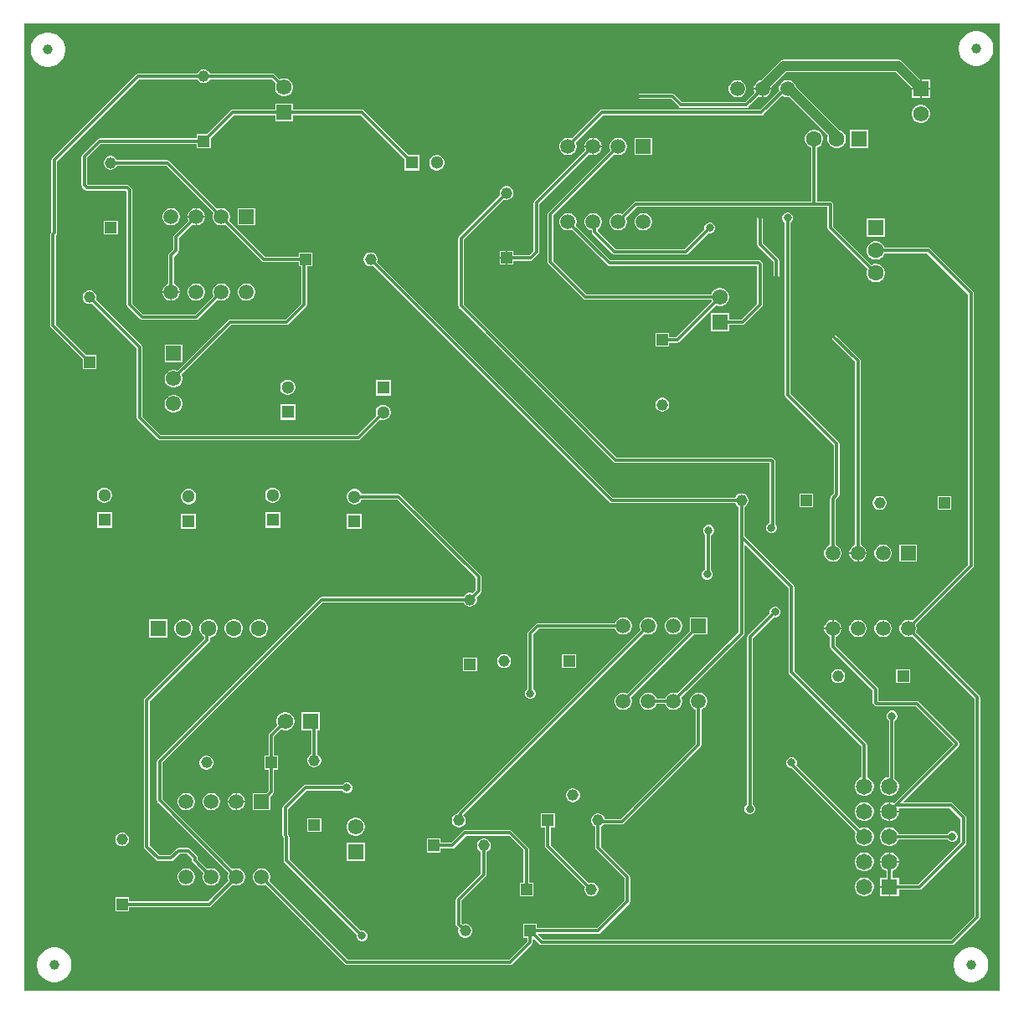
<source format=gbl>
G04*
G04 #@! TF.GenerationSoftware,Altium Limited,Altium Designer,23.0.1 (38)*
G04*
G04 Layer_Physical_Order=2*
G04 Layer_Color=16711680*
%FSLAX44Y44*%
%MOMM*%
G71*
G04*
G04 #@! TF.SameCoordinates,40E8D280-AE9E-4637-9913-6930DAB067FB*
G04*
G04*
G04 #@! TF.FilePolarity,Positive*
G04*
G01*
G75*
%ADD13C,0.3000*%
%ADD17C,1.1500*%
%ADD18R,1.1500X1.1500*%
%ADD24C,1.5700*%
%ADD25R,1.5700X1.5700*%
%ADD26R,1.5700X1.5700*%
%ADD30R,1.1500X1.1500*%
%ADD37C,1.0000*%
%ADD38C,1.0000*%
%ADD39R,1.5000X1.5000*%
%ADD40C,1.5000*%
%ADD41C,1.6000*%
%ADD42R,1.6000X1.6000*%
%ADD43C,1.6500*%
%ADD44R,1.6500X1.6500*%
%ADD45R,1.6000X1.6000*%
%ADD46C,1.3000*%
%ADD47R,1.3000X1.3000*%
%ADD48R,1.3000X1.3000*%
%ADD49R,1.5500X1.5500*%
%ADD50C,1.5500*%
%ADD51C,0.8000*%
G36*
X986506Y6634D02*
X284D01*
Y985236D01*
X986506D01*
Y6634D01*
D02*
G37*
%LPC*%
G36*
X964384Y977620D02*
X960936D01*
X957555Y976947D01*
X954371Y975628D01*
X951504Y973713D01*
X949067Y971276D01*
X947152Y968409D01*
X945833Y965225D01*
X945160Y961844D01*
Y958396D01*
X945833Y955015D01*
X947152Y951831D01*
X949067Y948964D01*
X951504Y946527D01*
X954371Y944612D01*
X957555Y943292D01*
X960936Y942620D01*
X964384D01*
X967765Y943292D01*
X970949Y944612D01*
X973816Y946527D01*
X976253Y948964D01*
X978168Y951831D01*
X979488Y955015D01*
X980160Y958396D01*
Y961844D01*
X979488Y965225D01*
X978168Y968409D01*
X976253Y971276D01*
X973816Y973713D01*
X970949Y975628D01*
X967765Y976947D01*
X964384Y977620D01*
D02*
G37*
G36*
X25854Y976350D02*
X22406D01*
X19025Y975677D01*
X15841Y974358D01*
X12974Y972443D01*
X10537Y970006D01*
X8622Y967139D01*
X7303Y963955D01*
X6630Y960574D01*
Y957126D01*
X7303Y953745D01*
X8622Y950561D01*
X10537Y947694D01*
X12974Y945257D01*
X15841Y943342D01*
X19025Y942022D01*
X22406Y941350D01*
X25854D01*
X29235Y942022D01*
X32419Y943342D01*
X35286Y945257D01*
X37723Y947694D01*
X39638Y950561D01*
X40957Y953745D01*
X41630Y957126D01*
Y960574D01*
X40957Y963955D01*
X39638Y967139D01*
X37723Y970006D01*
X35286Y972443D01*
X32419Y974358D01*
X29235Y975677D01*
X25854Y976350D01*
D02*
G37*
G36*
X182534Y938980D02*
X180686D01*
X178900Y938502D01*
X177300Y937577D01*
X175993Y936270D01*
X175135Y934784D01*
X115350D01*
X115350Y934784D01*
X114269Y934569D01*
X113353Y933957D01*
X28483Y849087D01*
X27871Y848171D01*
X27656Y847090D01*
X27656Y847090D01*
Y774600D01*
X27213Y774157D01*
X26601Y773241D01*
X26386Y772160D01*
X26386Y772160D01*
Y679670D01*
X26386Y679670D01*
X26601Y678589D01*
X27213Y677673D01*
X59020Y645866D01*
Y635820D01*
X73060D01*
Y649860D01*
X63014D01*
X32034Y680840D01*
Y770990D01*
X32477Y771433D01*
X32477Y771433D01*
X33089Y772349D01*
X33304Y773430D01*
X33304Y773430D01*
Y845920D01*
X116520Y929136D01*
X175135D01*
X175993Y927650D01*
X177300Y926343D01*
X178900Y925418D01*
X180686Y924940D01*
X182534D01*
X184320Y925418D01*
X185920Y926343D01*
X187227Y927650D01*
X188085Y929136D01*
X250510D01*
X254752Y924894D01*
X254391Y924270D01*
X253770Y921951D01*
Y919549D01*
X254391Y917230D01*
X255592Y915150D01*
X257290Y913452D01*
X259370Y912252D01*
X261689Y911630D01*
X264091D01*
X266410Y912252D01*
X268490Y913452D01*
X270188Y915150D01*
X271388Y917230D01*
X272010Y919549D01*
Y921951D01*
X271388Y924270D01*
X270188Y926350D01*
X268490Y928048D01*
X266410Y929249D01*
X264091Y929870D01*
X261689D01*
X259370Y929249D01*
X258746Y928888D01*
X253677Y933957D01*
X252761Y934569D01*
X251680Y934784D01*
X251680Y934784D01*
X188085D01*
X187227Y936270D01*
X185920Y937577D01*
X184320Y938502D01*
X182534Y938980D01*
D02*
G37*
G36*
X915900Y928600D02*
X907415D01*
Y920115D01*
X915900D01*
Y928600D01*
D02*
G37*
G36*
X883920Y948733D02*
X768267D01*
X765821Y948246D01*
X763747Y946860D01*
X744964Y928078D01*
X743375Y927652D01*
X741375Y926498D01*
X739742Y924865D01*
X738588Y922865D01*
X737990Y920635D01*
Y920115D01*
X755530D01*
Y920562D01*
X770915Y935947D01*
X881272D01*
X897104Y920115D01*
X906145D01*
Y929156D01*
X888440Y946860D01*
X886366Y948246D01*
X883920Y948733D01*
D02*
G37*
G36*
X755530Y918845D02*
X747395D01*
Y910710D01*
X747915D01*
X750145Y911308D01*
X752145Y912462D01*
X753778Y914095D01*
X754932Y916095D01*
X755530Y918325D01*
Y918845D01*
D02*
G37*
G36*
X722515Y928250D02*
X720205D01*
X717975Y927652D01*
X715975Y926498D01*
X714342Y924865D01*
X713188Y922865D01*
X712590Y920635D01*
Y918325D01*
X713188Y916095D01*
X714342Y914095D01*
X715975Y912462D01*
X717975Y911308D01*
X720205Y910710D01*
X722515D01*
X724745Y911308D01*
X726745Y912462D01*
X728378Y914095D01*
X729532Y916095D01*
X730130Y918325D01*
Y920635D01*
X729532Y922865D01*
X728378Y924865D01*
X726745Y926498D01*
X724745Y927652D01*
X722515Y928250D01*
D02*
G37*
G36*
X915900Y918845D02*
X907415D01*
Y910360D01*
X915900D01*
Y918845D01*
D02*
G37*
G36*
X906145D02*
X897660D01*
Y910360D01*
X906145D01*
Y918845D01*
D02*
G37*
G36*
X746125D02*
X737990D01*
Y918325D01*
X738588Y916095D01*
X738878Y915592D01*
X729080Y905794D01*
X665535D01*
X657472Y913857D01*
X656556Y914469D01*
X655475Y914684D01*
X655475Y914684D01*
X618490D01*
X617409Y914469D01*
X616493Y913857D01*
X615881Y912941D01*
X615666Y911860D01*
X615881Y910779D01*
X616493Y909863D01*
X617409Y909251D01*
X618490Y909036D01*
X654305D01*
X662368Y900973D01*
X662368Y900973D01*
X663284Y900361D01*
X664365Y900146D01*
X664365Y900146D01*
X730250D01*
X730250Y900146D01*
X731331Y900361D01*
X732247Y900973D01*
X742872Y911598D01*
X743375Y911308D01*
X745605Y910710D01*
X746125D01*
Y918845D01*
D02*
G37*
G36*
X907981Y903200D02*
X905579D01*
X903260Y902579D01*
X901180Y901378D01*
X899482Y899680D01*
X898281Y897600D01*
X897660Y895281D01*
Y892879D01*
X898281Y890560D01*
X899482Y888480D01*
X901180Y886782D01*
X903260Y885582D01*
X905579Y884960D01*
X907981D01*
X910300Y885582D01*
X912380Y886782D01*
X914078Y888480D01*
X915278Y890560D01*
X915900Y892879D01*
Y895281D01*
X915278Y897600D01*
X914078Y899680D01*
X912380Y901378D01*
X910300Y902579D01*
X907981Y903200D01*
D02*
G37*
G36*
X576465Y869830D02*
X575945D01*
Y861695D01*
X584080D01*
Y862215D01*
X583482Y864445D01*
X582328Y866445D01*
X580695Y868078D01*
X578695Y869232D01*
X576465Y869830D01*
D02*
G37*
G36*
X574675D02*
X574155D01*
X571925Y869232D01*
X569925Y868078D01*
X568292Y866445D01*
X567138Y864445D01*
X566540Y862215D01*
Y861695D01*
X574675D01*
Y869830D01*
D02*
G37*
G36*
X853900Y877950D02*
X835360D01*
Y859410D01*
X853900D01*
Y877950D01*
D02*
G37*
G36*
X773315Y928250D02*
X771005D01*
X768775Y927652D01*
X766775Y926498D01*
X765142Y924865D01*
X763988Y922865D01*
X763390Y920635D01*
Y918325D01*
X763618Y917473D01*
X744320Y898174D01*
X584200D01*
X583119Y897959D01*
X582203Y897347D01*
X582203Y897347D01*
X553798Y868942D01*
X553295Y869232D01*
X551065Y869830D01*
X548755D01*
X546525Y869232D01*
X544525Y868078D01*
X542892Y866445D01*
X541738Y864445D01*
X541140Y862215D01*
Y859905D01*
X541738Y857675D01*
X542892Y855675D01*
X544525Y854042D01*
X546525Y852888D01*
X548755Y852290D01*
X551065D01*
X553295Y852888D01*
X555295Y854042D01*
X556928Y855675D01*
X558082Y857675D01*
X558680Y859905D01*
Y862215D01*
X558082Y864445D01*
X557792Y864948D01*
X585370Y892526D01*
X745490D01*
X745490Y892526D01*
X746571Y892741D01*
X747487Y893353D01*
X766686Y912552D01*
X766775Y912462D01*
X768775Y911308D01*
X771005Y910710D01*
X773315D01*
X773699Y910813D01*
X812915Y871598D01*
X812460Y869900D01*
Y867460D01*
X813092Y865102D01*
X814312Y862988D01*
X816038Y861262D01*
X818152Y860042D01*
X820510Y859410D01*
X822950D01*
X825308Y860042D01*
X827422Y861262D01*
X829148Y862988D01*
X830368Y865102D01*
X831000Y867460D01*
Y869900D01*
X830368Y872258D01*
X829148Y874372D01*
X827422Y876098D01*
X825308Y877318D01*
X825199Y877347D01*
X825102Y877492D01*
X781094Y921500D01*
X780612Y921823D01*
X780332Y922865D01*
X779178Y924865D01*
X777545Y926498D01*
X775545Y927652D01*
X773315Y928250D01*
D02*
G37*
G36*
X634880Y869830D02*
X617340D01*
Y852290D01*
X634880D01*
Y869830D01*
D02*
G37*
G36*
X601865D02*
X599555D01*
X597325Y869232D01*
X595325Y868078D01*
X593692Y866445D01*
X592538Y864445D01*
X591940Y862215D01*
Y859905D01*
X592538Y857675D01*
X592828Y857172D01*
X530133Y794477D01*
X529521Y793561D01*
X529306Y792480D01*
X529306Y792480D01*
Y744220D01*
X529306Y744220D01*
X529521Y743139D01*
X530133Y742223D01*
X565693Y706663D01*
X566609Y706051D01*
X567690Y705836D01*
X567690Y705836D01*
X694895D01*
X695081Y705140D01*
X695442Y704516D01*
X659010Y668084D01*
X652180D01*
Y672280D01*
X638140D01*
Y658240D01*
X652180D01*
Y662436D01*
X660180D01*
X660180Y662436D01*
X661261Y662651D01*
X662177Y663263D01*
X699436Y700522D01*
X700060Y700162D01*
X702379Y699540D01*
X704781D01*
X707100Y700162D01*
X709180Y701362D01*
X710878Y703060D01*
X712078Y705140D01*
X712700Y707459D01*
Y709861D01*
X712078Y712180D01*
X710878Y714260D01*
X709180Y715958D01*
X707100Y717159D01*
X704781Y717780D01*
X702379D01*
X700060Y717159D01*
X697980Y715958D01*
X696282Y714260D01*
X695081Y712180D01*
X694895Y711484D01*
X568860D01*
X534954Y745390D01*
Y791310D01*
X596822Y853178D01*
X597325Y852888D01*
X599555Y852290D01*
X601865D01*
X604095Y852888D01*
X606095Y854042D01*
X607728Y855675D01*
X608882Y857675D01*
X609480Y859905D01*
Y862215D01*
X608882Y864445D01*
X607728Y866445D01*
X606095Y868078D01*
X604095Y869232D01*
X601865Y869830D01*
D02*
G37*
G36*
X584080Y860425D02*
X575945D01*
Y852290D01*
X576465D01*
X578695Y852888D01*
X580695Y854042D01*
X582328Y855675D01*
X583482Y857675D01*
X584080Y859905D01*
Y860425D01*
D02*
G37*
G36*
X574675D02*
X566540D01*
Y859905D01*
X567138Y857675D01*
X567428Y857172D01*
X516163Y805907D01*
X515551Y804991D01*
X515336Y803910D01*
X515336Y803910D01*
Y755550D01*
X510860Y751074D01*
X494700D01*
Y755270D01*
X488315D01*
Y748250D01*
Y741230D01*
X494700D01*
Y745426D01*
X512030D01*
X512030Y745426D01*
X513111Y745641D01*
X514027Y746253D01*
X520157Y752383D01*
X520769Y753299D01*
X520984Y754380D01*
X520984Y754380D01*
Y802740D01*
X571422Y853178D01*
X571925Y852888D01*
X574155Y852290D01*
X574675D01*
Y860425D01*
D02*
G37*
G36*
X418453Y852320D02*
X416407D01*
X414431Y851790D01*
X412659Y850768D01*
X411213Y849321D01*
X410190Y847549D01*
X409660Y845573D01*
Y843527D01*
X410190Y841551D01*
X411213Y839779D01*
X412659Y838333D01*
X414431Y837309D01*
X416407Y836780D01*
X418453D01*
X420429Y837309D01*
X422201Y838333D01*
X423647Y839779D01*
X424670Y841551D01*
X425200Y843527D01*
Y845573D01*
X424670Y847549D01*
X423647Y849321D01*
X422201Y850768D01*
X420429Y851790D01*
X418453Y852320D01*
D02*
G37*
G36*
X272010Y904470D02*
X253770D01*
Y898174D01*
X210600D01*
X209519Y897959D01*
X208603Y897347D01*
X184636Y873380D01*
X174590D01*
Y869184D01*
X76420D01*
X76420Y869184D01*
X75339Y868969D01*
X74423Y868357D01*
X74423Y868357D01*
X58963Y852897D01*
X58351Y851981D01*
X58136Y850900D01*
X58136Y850900D01*
Y821690D01*
X58136Y821690D01*
X58351Y820609D01*
X58963Y819693D01*
X61503Y817153D01*
X61503Y817153D01*
X62419Y816541D01*
X63500Y816326D01*
X102970D01*
X103856Y815440D01*
Y701040D01*
X103856Y701040D01*
X104071Y699959D01*
X104683Y699043D01*
X117383Y686343D01*
X117383Y686343D01*
X118299Y685731D01*
X119380Y685516D01*
X119380Y685516D01*
X173990D01*
X173990Y685516D01*
X175071Y685731D01*
X175987Y686343D01*
X195502Y705858D01*
X196005Y705568D01*
X198235Y704970D01*
X200545D01*
X202775Y705568D01*
X204775Y706722D01*
X206408Y708355D01*
X207562Y710355D01*
X208160Y712585D01*
Y714895D01*
X207562Y717125D01*
X206408Y719125D01*
X204775Y720758D01*
X202775Y721912D01*
X200545Y722510D01*
X198235D01*
X196005Y721912D01*
X194005Y720758D01*
X192372Y719125D01*
X191218Y717125D01*
X190620Y714895D01*
Y712585D01*
X191218Y710355D01*
X191508Y709852D01*
X172820Y691164D01*
X120550D01*
X109504Y702210D01*
Y816610D01*
X109289Y817691D01*
X108677Y818607D01*
X108677Y818607D01*
X106137Y821147D01*
X105221Y821759D01*
X104140Y821974D01*
X104140Y821974D01*
X64670D01*
X63784Y822860D01*
Y849730D01*
X77590Y863536D01*
X174590D01*
Y859340D01*
X188630D01*
Y869386D01*
X211770Y892526D01*
X253770D01*
Y886230D01*
X272010D01*
Y892526D01*
X340460D01*
X384660Y848326D01*
Y836780D01*
X400200D01*
Y852320D01*
X388654D01*
X343627Y897347D01*
X342711Y897959D01*
X341630Y898174D01*
X341630Y898174D01*
X272010D01*
Y904470D01*
D02*
G37*
G36*
X488604Y820870D02*
X486756D01*
X484970Y820392D01*
X483370Y819467D01*
X482063Y818160D01*
X481138Y816560D01*
X480660Y814774D01*
Y812926D01*
X481104Y811268D01*
X439963Y770127D01*
X439351Y769211D01*
X439136Y768130D01*
X439136Y768130D01*
Y699770D01*
X439136Y699770D01*
X439351Y698689D01*
X439963Y697773D01*
X596173Y541563D01*
X596173Y541563D01*
X597089Y540951D01*
X598170Y540736D01*
X754096D01*
Y480289D01*
X752534Y479643D01*
X750987Y478096D01*
X750150Y476074D01*
Y473886D01*
X750987Y471865D01*
X752534Y470317D01*
X754556Y469480D01*
X756744D01*
X758765Y470317D01*
X760313Y471865D01*
X761150Y473886D01*
Y476074D01*
X760313Y478096D01*
X759744Y478664D01*
Y542290D01*
X759744Y542290D01*
X759529Y543371D01*
X758917Y544287D01*
X758917Y544287D01*
X757647Y545557D01*
X756731Y546169D01*
X755650Y546384D01*
X755650Y546384D01*
X599340D01*
X444784Y700940D01*
Y766960D01*
X485098Y807274D01*
X486756Y806830D01*
X488604D01*
X490390Y807308D01*
X491990Y808233D01*
X493297Y809540D01*
X494222Y811140D01*
X494700Y812926D01*
Y814774D01*
X494222Y816560D01*
X493297Y818160D01*
X491990Y819467D01*
X490390Y820392D01*
X488604Y820870D01*
D02*
G37*
G36*
X175145Y798710D02*
X174625D01*
Y790575D01*
X182760D01*
Y791095D01*
X182162Y793325D01*
X181008Y795325D01*
X179375Y796958D01*
X177375Y798112D01*
X175145Y798710D01*
D02*
G37*
G36*
X173355D02*
X172835D01*
X170605Y798112D01*
X168605Y796958D01*
X166972Y795325D01*
X165818Y793325D01*
X165220Y791095D01*
Y790575D01*
X173355D01*
Y798710D01*
D02*
G37*
G36*
X233560D02*
X216020D01*
Y781170D01*
X233560D01*
Y798710D01*
D02*
G37*
G36*
X182760Y789305D02*
X174625D01*
Y781170D01*
X175145D01*
X177375Y781768D01*
X179375Y782922D01*
X181008Y784555D01*
X182162Y786555D01*
X182760Y788785D01*
Y789305D01*
D02*
G37*
G36*
X173355D02*
X165220D01*
Y788785D01*
X165818Y786555D01*
X166108Y786052D01*
X151673Y771617D01*
X151061Y770701D01*
X150846Y769620D01*
X150846Y769620D01*
Y756820D01*
X146593Y752567D01*
X145981Y751651D01*
X145766Y750570D01*
X145766Y750570D01*
Y722063D01*
X145205Y721912D01*
X143205Y720758D01*
X141572Y719125D01*
X140418Y717125D01*
X139820Y714895D01*
Y714375D01*
X148590D01*
X157360D01*
Y714895D01*
X156762Y717125D01*
X155608Y719125D01*
X153975Y720758D01*
X151975Y721912D01*
X151414Y722063D01*
Y749400D01*
X155667Y753653D01*
X155667Y753653D01*
X156279Y754569D01*
X156494Y755650D01*
X156494Y755650D01*
Y768450D01*
X170102Y782058D01*
X170605Y781768D01*
X172835Y781170D01*
X173355D01*
Y789305D01*
D02*
G37*
G36*
X149745Y798710D02*
X147435D01*
X145205Y798112D01*
X143205Y796958D01*
X141572Y795325D01*
X140418Y793325D01*
X139820Y791095D01*
Y788785D01*
X140418Y786555D01*
X141572Y784555D01*
X143205Y782922D01*
X145205Y781768D01*
X147435Y781170D01*
X149745D01*
X151975Y781768D01*
X153975Y782922D01*
X155608Y784555D01*
X156762Y786555D01*
X157360Y788785D01*
Y791095D01*
X156762Y793325D01*
X155608Y795325D01*
X153975Y796958D01*
X151975Y798112D01*
X149745Y798710D01*
D02*
G37*
G36*
X627265Y793630D02*
X624955D01*
X622725Y793032D01*
X620725Y791878D01*
X619092Y790245D01*
X617938Y788245D01*
X617340Y786015D01*
Y783705D01*
X617938Y781475D01*
X619092Y779475D01*
X620725Y777842D01*
X622725Y776688D01*
X624955Y776090D01*
X627265D01*
X629495Y776688D01*
X631495Y777842D01*
X633128Y779475D01*
X634282Y781475D01*
X634880Y783705D01*
Y786015D01*
X634282Y788245D01*
X633128Y790245D01*
X631495Y791878D01*
X629495Y793032D01*
X627265Y793630D01*
D02*
G37*
G36*
X576465D02*
X574155D01*
X571925Y793032D01*
X569925Y791878D01*
X568292Y790245D01*
X567138Y788245D01*
X566540Y786015D01*
Y783705D01*
X567138Y781475D01*
X568292Y779475D01*
X569925Y777842D01*
X571925Y776688D01*
X574096Y776106D01*
Y774360D01*
X574096Y774360D01*
X574311Y773279D01*
X574923Y772363D01*
X594903Y752383D01*
X594903Y752383D01*
X595819Y751771D01*
X596900Y751556D01*
X669290D01*
X669290Y751556D01*
X670371Y751771D01*
X671287Y752383D01*
X692035Y773131D01*
X692326Y773010D01*
X694514D01*
X696535Y773847D01*
X698083Y775395D01*
X698920Y777416D01*
Y779604D01*
X698083Y781626D01*
X696535Y783173D01*
X694514Y784010D01*
X692326D01*
X690304Y783173D01*
X688757Y781626D01*
X687920Y779604D01*
Y777416D01*
X688041Y777125D01*
X668120Y757204D01*
X598070D01*
X579744Y775530D01*
Y777293D01*
X580695Y777842D01*
X582328Y779475D01*
X583482Y781475D01*
X584080Y783705D01*
Y786015D01*
X583482Y788245D01*
X582328Y790245D01*
X580695Y791878D01*
X578695Y793032D01*
X576465Y793630D01*
D02*
G37*
G36*
X94650Y785750D02*
X80610D01*
Y771710D01*
X94650D01*
Y785750D01*
D02*
G37*
G36*
X870330Y787860D02*
X851790D01*
Y769320D01*
X870330D01*
Y787860D01*
D02*
G37*
G36*
X487045Y755270D02*
X480660D01*
Y748885D01*
X487045D01*
Y755270D01*
D02*
G37*
G36*
Y747615D02*
X480660D01*
Y741230D01*
X487045D01*
Y747615D01*
D02*
G37*
G36*
X744220Y794034D02*
X743139Y793819D01*
X742223Y793207D01*
X741611Y792291D01*
X741396Y791210D01*
Y762000D01*
X741396Y762000D01*
X741611Y760919D01*
X742223Y760003D01*
X757906Y744320D01*
Y726440D01*
X758121Y725359D01*
X758733Y724443D01*
X759649Y723831D01*
X760730Y723616D01*
X761811Y723831D01*
X762727Y724443D01*
X763339Y725359D01*
X763554Y726440D01*
Y745490D01*
X763554Y745490D01*
X763339Y746571D01*
X762727Y747487D01*
X762727Y747487D01*
X747044Y763170D01*
Y791210D01*
X746829Y792291D01*
X746217Y793207D01*
X745301Y793819D01*
X744220Y794034D01*
D02*
G37*
G36*
X800050Y877950D02*
X797610D01*
X795252Y877318D01*
X793138Y876098D01*
X791412Y874372D01*
X790192Y872258D01*
X789560Y869900D01*
Y867460D01*
X790192Y865102D01*
X791412Y862988D01*
X793138Y861262D01*
X795252Y860042D01*
X796006Y859840D01*
Y805464D01*
X618490D01*
X617409Y805249D01*
X616493Y804637D01*
X616493Y804637D01*
X604598Y792742D01*
X604095Y793032D01*
X601865Y793630D01*
X599555D01*
X597325Y793032D01*
X595325Y791878D01*
X593692Y790245D01*
X592538Y788245D01*
X591940Y786015D01*
Y783705D01*
X592538Y781475D01*
X593692Y779475D01*
X595325Y777842D01*
X597325Y776688D01*
X599555Y776090D01*
X601865D01*
X604095Y776688D01*
X606095Y777842D01*
X607728Y779475D01*
X608882Y781475D01*
X609480Y783705D01*
Y786015D01*
X608882Y788245D01*
X608592Y788748D01*
X619660Y799816D01*
X812476D01*
Y778550D01*
X812476Y778550D01*
X812691Y777469D01*
X813303Y776553D01*
X852812Y737044D01*
X852422Y736368D01*
X851790Y734010D01*
Y731570D01*
X852422Y729212D01*
X853642Y727098D01*
X855368Y725372D01*
X857482Y724152D01*
X859840Y723520D01*
X862280D01*
X864638Y724152D01*
X866752Y725372D01*
X868478Y727098D01*
X869698Y729212D01*
X870330Y731570D01*
Y734010D01*
X869698Y736368D01*
X868478Y738482D01*
X866752Y740208D01*
X864638Y741428D01*
X862280Y742060D01*
X859840D01*
X857482Y741428D01*
X856806Y741038D01*
X818124Y779720D01*
Y802640D01*
X817909Y803721D01*
X817297Y804637D01*
X816381Y805249D01*
X815300Y805464D01*
X801654D01*
Y859840D01*
X802408Y860042D01*
X804522Y861262D01*
X806248Y862988D01*
X807468Y865102D01*
X808100Y867460D01*
Y869900D01*
X807468Y872258D01*
X806248Y874372D01*
X804522Y876098D01*
X802408Y877318D01*
X800050Y877950D01*
D02*
G37*
G36*
X225945Y722510D02*
X223635D01*
X221405Y721912D01*
X219405Y720758D01*
X217772Y719125D01*
X216618Y717125D01*
X216020Y714895D01*
Y712585D01*
X216618Y710355D01*
X217772Y708355D01*
X219405Y706722D01*
X221405Y705568D01*
X223635Y704970D01*
X225945D01*
X228175Y705568D01*
X230175Y706722D01*
X231808Y708355D01*
X232962Y710355D01*
X233560Y712585D01*
Y714895D01*
X232962Y717125D01*
X231808Y719125D01*
X230175Y720758D01*
X228175Y721912D01*
X225945Y722510D01*
D02*
G37*
G36*
X175145D02*
X172835D01*
X170605Y721912D01*
X168605Y720758D01*
X166972Y719125D01*
X165818Y717125D01*
X165220Y714895D01*
Y712585D01*
X165818Y710355D01*
X166972Y708355D01*
X168605Y706722D01*
X170605Y705568D01*
X172835Y704970D01*
X175145D01*
X177375Y705568D01*
X179375Y706722D01*
X181008Y708355D01*
X182162Y710355D01*
X182760Y712585D01*
Y714895D01*
X182162Y717125D01*
X181008Y719125D01*
X179375Y720758D01*
X177375Y721912D01*
X175145Y722510D01*
D02*
G37*
G36*
X157360Y713105D02*
X149225D01*
Y704970D01*
X149745D01*
X151975Y705568D01*
X153975Y706722D01*
X155608Y708355D01*
X156762Y710355D01*
X157360Y712585D01*
Y713105D01*
D02*
G37*
G36*
X147955D02*
X139820D01*
Y712585D01*
X140418Y710355D01*
X141572Y708355D01*
X143205Y706722D01*
X145205Y705568D01*
X147435Y704970D01*
X147955D01*
Y713105D01*
D02*
G37*
G36*
X551065Y793630D02*
X548755D01*
X546525Y793032D01*
X544525Y791878D01*
X542892Y790245D01*
X541738Y788245D01*
X541140Y786015D01*
Y783705D01*
X541738Y781475D01*
X542892Y779475D01*
X544525Y777842D01*
X546525Y776688D01*
X548755Y776090D01*
X551065D01*
X553295Y776688D01*
X553798Y776978D01*
X589823Y740953D01*
X589823Y740953D01*
X590739Y740341D01*
X591820Y740126D01*
X741396D01*
Y702210D01*
X725270Y686084D01*
X712700D01*
Y692380D01*
X694460D01*
Y674140D01*
X712700D01*
Y680436D01*
X726440D01*
X726440Y680436D01*
X727521Y680651D01*
X728437Y681263D01*
X746217Y699043D01*
X746217Y699043D01*
X746829Y699959D01*
X747044Y701040D01*
Y741778D01*
X747044Y741778D01*
X746829Y742859D01*
X746217Y743775D01*
X746217Y743776D01*
X745045Y744947D01*
X744129Y745559D01*
X743048Y745774D01*
X743048Y745774D01*
X592990D01*
X557792Y780972D01*
X558082Y781475D01*
X558680Y783705D01*
Y786015D01*
X558082Y788245D01*
X556928Y790245D01*
X555295Y791878D01*
X553295Y793032D01*
X551065Y793630D01*
D02*
G37*
G36*
X88554Y851350D02*
X86706D01*
X84920Y850872D01*
X83320Y849947D01*
X82013Y848640D01*
X81088Y847040D01*
X80610Y845254D01*
Y843406D01*
X81088Y841620D01*
X82013Y840020D01*
X83320Y838713D01*
X84920Y837788D01*
X86706Y837310D01*
X88554D01*
X90340Y837788D01*
X91940Y838713D01*
X93247Y840020D01*
X94105Y841506D01*
X143830D01*
X191508Y793828D01*
X191218Y793325D01*
X190620Y791095D01*
Y788785D01*
X191218Y786555D01*
X192372Y784555D01*
X194005Y782922D01*
X196005Y781768D01*
X198235Y781170D01*
X200545D01*
X202775Y781768D01*
X203278Y782058D01*
X240573Y744763D01*
X241489Y744151D01*
X242570Y743936D01*
X242570Y743936D01*
X277680D01*
Y739740D01*
X280386D01*
Y702210D01*
X264260Y686084D01*
X208280D01*
X208280Y686084D01*
X207199Y685869D01*
X206283Y685257D01*
X206283Y685257D01*
X155201Y634175D01*
X154612Y634515D01*
X152317Y635130D01*
X149943D01*
X147648Y634515D01*
X145592Y633328D01*
X143912Y631648D01*
X142725Y629592D01*
X142110Y627298D01*
Y624922D01*
X142725Y622628D01*
X143912Y620572D01*
X145592Y618892D01*
X147648Y617705D01*
X149943Y617090D01*
X152317D01*
X154612Y617705D01*
X156668Y618892D01*
X158348Y620572D01*
X159535Y622628D01*
X160150Y624922D01*
Y627298D01*
X159535Y629592D01*
X159195Y630181D01*
X209450Y680436D01*
X265430D01*
X265430Y680436D01*
X266511Y680651D01*
X267427Y681263D01*
X285207Y699043D01*
X285207Y699043D01*
X285819Y699959D01*
X286034Y701040D01*
Y739740D01*
X291720D01*
Y753780D01*
X277680D01*
Y749584D01*
X243740D01*
X207272Y786052D01*
X207562Y786555D01*
X208160Y788785D01*
Y791095D01*
X207562Y793325D01*
X206408Y795325D01*
X204775Y796958D01*
X202775Y798112D01*
X200545Y798710D01*
X198235D01*
X196005Y798112D01*
X195502Y797822D01*
X146997Y846327D01*
X146081Y846939D01*
X145000Y847154D01*
X145000Y847154D01*
X94105D01*
X93247Y848640D01*
X91940Y849947D01*
X90340Y850872D01*
X88554Y851350D01*
D02*
G37*
G36*
X160150Y660530D02*
X142110D01*
Y642490D01*
X160150D01*
Y660530D01*
D02*
G37*
G36*
X267723Y624990D02*
X265677D01*
X263701Y624460D01*
X261929Y623438D01*
X260483Y621991D01*
X259459Y620219D01*
X258930Y618243D01*
Y616197D01*
X259459Y614221D01*
X260483Y612449D01*
X261929Y611003D01*
X263701Y609980D01*
X265677Y609450D01*
X267723D01*
X269699Y609980D01*
X271471Y611003D01*
X272917Y612449D01*
X273941Y614221D01*
X274470Y616197D01*
Y618243D01*
X273941Y620219D01*
X272917Y621991D01*
X271471Y623438D01*
X269699Y624460D01*
X267723Y624990D01*
D02*
G37*
G36*
X370990Y624590D02*
X355450D01*
Y609050D01*
X370990D01*
Y624590D01*
D02*
G37*
G36*
X646084Y606680D02*
X644236D01*
X642450Y606202D01*
X640850Y605277D01*
X639543Y603970D01*
X638618Y602370D01*
X638140Y600584D01*
Y598736D01*
X638618Y596950D01*
X639543Y595350D01*
X640850Y594043D01*
X642450Y593118D01*
X644236Y592640D01*
X646084D01*
X647870Y593118D01*
X649470Y594043D01*
X650777Y595350D01*
X651702Y596950D01*
X652180Y598736D01*
Y600584D01*
X651702Y602370D01*
X650777Y603970D01*
X649470Y605277D01*
X647870Y606202D01*
X646084Y606680D01*
D02*
G37*
G36*
X152317Y609730D02*
X149943D01*
X147648Y609115D01*
X145592Y607928D01*
X143912Y606248D01*
X142725Y604192D01*
X142110Y601898D01*
Y599523D01*
X142725Y597228D01*
X143912Y595172D01*
X145592Y593492D01*
X147648Y592305D01*
X149943Y591690D01*
X152317D01*
X154612Y592305D01*
X156668Y593492D01*
X158348Y595172D01*
X159535Y597228D01*
X160150Y599523D01*
Y601898D01*
X159535Y604192D01*
X158348Y606248D01*
X156668Y607928D01*
X154612Y609115D01*
X152317Y609730D01*
D02*
G37*
G36*
X274470Y599990D02*
X258930D01*
Y584450D01*
X274470D01*
Y599990D01*
D02*
G37*
G36*
X66964Y715460D02*
X65116D01*
X63330Y714982D01*
X61730Y714057D01*
X60423Y712750D01*
X59498Y711150D01*
X59020Y709364D01*
Y707516D01*
X59498Y705730D01*
X60423Y704130D01*
X61730Y702823D01*
X63330Y701898D01*
X65116Y701420D01*
X66964D01*
X68622Y701864D01*
X114016Y656470D01*
Y586740D01*
X114016Y586740D01*
X114231Y585659D01*
X114843Y584743D01*
X135163Y564423D01*
X136079Y563811D01*
X137160Y563596D01*
X137160Y563596D01*
X337820D01*
X337820Y563596D01*
X338901Y563811D01*
X339817Y564423D01*
X360064Y584670D01*
X360221Y584580D01*
X362197Y584050D01*
X364243D01*
X366219Y584580D01*
X367991Y585602D01*
X369437Y587049D01*
X370461Y588821D01*
X370990Y590797D01*
Y592843D01*
X370461Y594819D01*
X369437Y596591D01*
X367991Y598037D01*
X366219Y599061D01*
X364243Y599590D01*
X362197D01*
X360221Y599061D01*
X358449Y598037D01*
X357002Y596591D01*
X355979Y594819D01*
X355450Y592843D01*
Y590797D01*
X355979Y588821D01*
X356070Y588664D01*
X336650Y569244D01*
X138330D01*
X119664Y587910D01*
Y657640D01*
X119449Y658721D01*
X118837Y659637D01*
X72616Y705858D01*
X73060Y707516D01*
Y709364D01*
X72582Y711150D01*
X71657Y712750D01*
X70350Y714057D01*
X68750Y714982D01*
X66964Y715460D01*
D02*
G37*
G36*
X252483Y515770D02*
X250437D01*
X248461Y515241D01*
X246689Y514217D01*
X245243Y512771D01*
X244219Y510999D01*
X243690Y509023D01*
Y506977D01*
X244219Y505001D01*
X245243Y503229D01*
X246689Y501782D01*
X248461Y500760D01*
X250437Y500230D01*
X252483D01*
X254459Y500760D01*
X256231Y501782D01*
X257677Y503229D01*
X258701Y505001D01*
X259230Y506977D01*
Y509023D01*
X258701Y510999D01*
X257677Y512771D01*
X256231Y514217D01*
X254459Y515241D01*
X252483Y515770D01*
D02*
G37*
G36*
X82303D02*
X80257D01*
X78281Y515241D01*
X76509Y514217D01*
X75062Y512771D01*
X74040Y510999D01*
X73510Y509023D01*
Y506977D01*
X74040Y505001D01*
X75062Y503229D01*
X76509Y501782D01*
X78281Y500760D01*
X80257Y500230D01*
X82303D01*
X84279Y500760D01*
X86051Y501782D01*
X87498Y503229D01*
X88520Y505001D01*
X89050Y506977D01*
Y509023D01*
X88520Y510999D01*
X87498Y512771D01*
X86051Y514217D01*
X84279Y515241D01*
X82303Y515770D01*
D02*
G37*
G36*
X167393Y514500D02*
X165347D01*
X163371Y513970D01*
X161599Y512948D01*
X160152Y511501D01*
X159129Y509729D01*
X158600Y507753D01*
Y505707D01*
X159129Y503731D01*
X160152Y501959D01*
X161599Y500513D01*
X163371Y499490D01*
X165347Y498960D01*
X167393D01*
X169369Y499490D01*
X171141Y500513D01*
X172588Y501959D01*
X173610Y503731D01*
X174140Y505707D01*
Y507753D01*
X173610Y509729D01*
X172588Y511501D01*
X171141Y512948D01*
X169369Y513970D01*
X167393Y514500D01*
D02*
G37*
G36*
X798010Y509940D02*
X783970D01*
Y495900D01*
X798010D01*
Y509940D01*
D02*
G37*
G36*
X937710Y507400D02*
X923670D01*
Y493360D01*
X937710D01*
Y507400D01*
D02*
G37*
G36*
X866014D02*
X864166D01*
X862380Y506922D01*
X860780Y505997D01*
X859473Y504690D01*
X858548Y503090D01*
X858070Y501304D01*
Y499456D01*
X858548Y497670D01*
X859473Y496070D01*
X860780Y494763D01*
X862380Y493838D01*
X864166Y493360D01*
X866014D01*
X867800Y493838D01*
X869400Y494763D01*
X870707Y496070D01*
X871632Y497670D01*
X872110Y499456D01*
Y501304D01*
X871632Y503090D01*
X870707Y504690D01*
X869400Y505997D01*
X867800Y506922D01*
X866014Y507400D01*
D02*
G37*
G36*
X259230Y490770D02*
X243690D01*
Y475230D01*
X259230D01*
Y490770D01*
D02*
G37*
G36*
X89050D02*
X73510D01*
Y475230D01*
X89050D01*
Y490770D01*
D02*
G37*
G36*
X174140Y489500D02*
X158600D01*
Y473960D01*
X174140D01*
Y489500D01*
D02*
G37*
G36*
X341780Y489300D02*
X326240D01*
Y473760D01*
X341780D01*
Y489300D01*
D02*
G37*
G36*
X816610Y673384D02*
X815529Y673169D01*
X814613Y672557D01*
X814001Y671641D01*
X813786Y670560D01*
X814001Y669479D01*
X814613Y668563D01*
X840456Y642720D01*
Y457903D01*
X839895Y457752D01*
X837895Y456598D01*
X836262Y454965D01*
X835108Y452965D01*
X834510Y450735D01*
Y450215D01*
X843280D01*
X852050D01*
Y450735D01*
X851452Y452965D01*
X850298Y454965D01*
X848665Y456598D01*
X846665Y457752D01*
X846104Y457903D01*
Y643890D01*
X845889Y644971D01*
X845277Y645887D01*
X845277Y645887D01*
X818607Y672557D01*
X817691Y673169D01*
X816610Y673384D01*
D02*
G37*
G36*
X902850Y458350D02*
X885310D01*
Y440810D01*
X902850D01*
Y458350D01*
D02*
G37*
G36*
X869835D02*
X867525D01*
X865295Y457752D01*
X863295Y456598D01*
X861662Y454965D01*
X860508Y452965D01*
X859910Y450735D01*
Y448425D01*
X860508Y446195D01*
X861662Y444195D01*
X863295Y442562D01*
X865295Y441408D01*
X867525Y440810D01*
X869835D01*
X872065Y441408D01*
X874065Y442562D01*
X875698Y444195D01*
X876852Y446195D01*
X877450Y448425D01*
Y450735D01*
X876852Y452965D01*
X875698Y454965D01*
X874065Y456598D01*
X872065Y457752D01*
X869835Y458350D01*
D02*
G37*
G36*
X852050Y448945D02*
X843915D01*
Y440810D01*
X844435D01*
X846665Y441408D01*
X848665Y442562D01*
X850298Y444195D01*
X851452Y446195D01*
X852050Y448425D01*
Y448945D01*
D02*
G37*
G36*
X842645D02*
X834510D01*
Y448425D01*
X835108Y446195D01*
X836262Y444195D01*
X837895Y442562D01*
X839895Y441408D01*
X842125Y440810D01*
X842645D01*
Y448945D01*
D02*
G37*
G36*
X773254Y794170D02*
X771066D01*
X769044Y793333D01*
X767497Y791786D01*
X766660Y789764D01*
Y787576D01*
X767497Y785555D01*
X769044Y784007D01*
X769336Y783887D01*
Y609600D01*
X769336Y609600D01*
X769551Y608519D01*
X770163Y607603D01*
X818866Y558900D01*
Y509659D01*
X815883Y506676D01*
X815271Y505760D01*
X815056Y504679D01*
X815056Y504679D01*
Y457903D01*
X814495Y457752D01*
X812495Y456598D01*
X810862Y454965D01*
X809708Y452965D01*
X809110Y450735D01*
Y448425D01*
X809708Y446195D01*
X810862Y444195D01*
X812495Y442562D01*
X814495Y441408D01*
X816725Y440810D01*
X819035D01*
X821265Y441408D01*
X823265Y442562D01*
X824898Y444195D01*
X826052Y446195D01*
X826650Y448425D01*
Y450735D01*
X826052Y452965D01*
X824898Y454965D01*
X823265Y456598D01*
X821265Y457752D01*
X820704Y457903D01*
Y503509D01*
X823687Y506492D01*
X824299Y507408D01*
X824514Y508489D01*
X824514Y508489D01*
Y560070D01*
X824299Y561151D01*
X823687Y562067D01*
X823687Y562067D01*
X774984Y610770D01*
Y783887D01*
X775275Y784007D01*
X776823Y785555D01*
X777660Y787576D01*
Y789764D01*
X776823Y791786D01*
X775275Y793333D01*
X773254Y794170D01*
D02*
G37*
G36*
X693244Y477940D02*
X691056D01*
X689035Y477103D01*
X687487Y475555D01*
X686650Y473534D01*
Y471346D01*
X687487Y469324D01*
X688691Y468121D01*
Y433036D01*
X687765Y432653D01*
X686217Y431105D01*
X685380Y429084D01*
Y426896D01*
X686217Y424874D01*
X687765Y423327D01*
X689786Y422490D01*
X691974D01*
X693996Y423327D01*
X695543Y424874D01*
X696380Y426896D01*
Y429084D01*
X695543Y431105D01*
X694339Y432309D01*
Y467394D01*
X695266Y467777D01*
X696813Y469324D01*
X697650Y471346D01*
Y473534D01*
X696813Y475555D01*
X695266Y477103D01*
X693244Y477940D01*
D02*
G37*
G36*
X335033Y514300D02*
X332987D01*
X331011Y513770D01*
X329239Y512747D01*
X327793Y511301D01*
X326769Y509529D01*
X326240Y507553D01*
Y505507D01*
X326769Y503531D01*
X327793Y501759D01*
X329239Y500312D01*
X331011Y499290D01*
X332987Y498760D01*
X335033D01*
X337009Y499290D01*
X338781Y500312D01*
X340228Y501759D01*
X341250Y503531D01*
X341297Y503706D01*
X377490D01*
X456916Y424280D01*
Y412430D01*
X453432Y408946D01*
X451774Y409390D01*
X449926D01*
X448140Y408912D01*
X446540Y407987D01*
X445233Y406680D01*
X444375Y405194D01*
X300770D01*
X300770Y405194D01*
X299689Y404979D01*
X298773Y404367D01*
X135163Y240757D01*
X134551Y239841D01*
X134336Y238760D01*
X134336Y238760D01*
Y199390D01*
X134336Y199390D01*
X134551Y198309D01*
X135163Y197393D01*
X206748Y125808D01*
X206458Y125305D01*
X205860Y123075D01*
Y120765D01*
X206458Y118535D01*
X206748Y118032D01*
X185740Y97024D01*
X106080D01*
Y101220D01*
X92040D01*
Y87180D01*
X106080D01*
Y91376D01*
X186910D01*
X186910Y91376D01*
X187991Y91591D01*
X188907Y92203D01*
X210742Y114038D01*
X211245Y113748D01*
X213475Y113150D01*
X215785D01*
X218015Y113748D01*
X220015Y114902D01*
X221648Y116535D01*
X222802Y118535D01*
X223400Y120765D01*
Y123075D01*
X222802Y125305D01*
X221648Y127305D01*
X220015Y128938D01*
X218015Y130092D01*
X215785Y130690D01*
X213475D01*
X211245Y130092D01*
X210742Y129802D01*
X139984Y200560D01*
Y237590D01*
X301940Y399546D01*
X444375D01*
X445233Y398060D01*
X446540Y396753D01*
X448140Y395828D01*
X449926Y395350D01*
X451774D01*
X453560Y395828D01*
X455160Y396753D01*
X456467Y398060D01*
X457392Y399660D01*
X457870Y401446D01*
Y403294D01*
X457426Y404952D01*
X461737Y409263D01*
X461737Y409263D01*
X462349Y410179D01*
X462564Y411260D01*
X462564Y411260D01*
Y425450D01*
X462349Y426531D01*
X461737Y427447D01*
X461737Y427447D01*
X380657Y508527D01*
X379741Y509139D01*
X378660Y509354D01*
X378660Y509354D01*
X341297D01*
X341250Y509529D01*
X340228Y511301D01*
X338781Y512747D01*
X337009Y513770D01*
X335033Y514300D01*
D02*
G37*
G36*
X760554Y395390D02*
X758366D01*
X756345Y394553D01*
X754797Y393005D01*
X753960Y390984D01*
Y388796D01*
X754081Y388505D01*
X732063Y366487D01*
X731451Y365571D01*
X731236Y364490D01*
X731236Y364490D01*
Y195283D01*
X730945Y195163D01*
X729397Y193615D01*
X728560Y191594D01*
Y189406D01*
X729397Y187384D01*
X730945Y185837D01*
X732966Y185000D01*
X735154D01*
X737176Y185837D01*
X738723Y187384D01*
X739560Y189406D01*
Y191594D01*
X738723Y193615D01*
X737176Y195163D01*
X736884Y195283D01*
Y363320D01*
X758075Y384511D01*
X758366Y384390D01*
X760554D01*
X762576Y385227D01*
X764123Y386774D01*
X764960Y388796D01*
Y390984D01*
X764123Y393005D01*
X762576Y394553D01*
X760554Y395390D01*
D02*
G37*
G36*
X862280Y764960D02*
X859840D01*
X857482Y764328D01*
X855368Y763108D01*
X853642Y761382D01*
X852422Y759268D01*
X851790Y756910D01*
Y754470D01*
X852422Y752112D01*
X853642Y749998D01*
X855368Y748272D01*
X857482Y747052D01*
X859840Y746420D01*
X862280D01*
X864638Y747052D01*
X866752Y748272D01*
X868478Y749998D01*
X869698Y752112D01*
X869900Y752866D01*
X913190D01*
X954756Y711300D01*
Y438050D01*
X897968Y381262D01*
X897465Y381552D01*
X895235Y382150D01*
X892925D01*
X890695Y381552D01*
X888695Y380398D01*
X887062Y378765D01*
X885908Y376765D01*
X885310Y374535D01*
Y372225D01*
X885908Y369995D01*
X887062Y367995D01*
X888695Y366362D01*
X890695Y365208D01*
X892925Y364610D01*
X895235D01*
X897465Y365208D01*
X897968Y365498D01*
X961106Y302360D01*
Y82450D01*
X937360Y58704D01*
X524190D01*
X519678Y63216D01*
X520205Y64486D01*
X580390D01*
X580390Y64486D01*
X581471Y64701D01*
X582387Y65313D01*
X612039Y94965D01*
X612039Y94965D01*
X612651Y95881D01*
X612866Y96962D01*
X612866Y96962D01*
Y121904D01*
X612866Y121905D01*
X612651Y122985D01*
X612039Y123902D01*
X612039Y123902D01*
X583214Y152726D01*
Y172595D01*
X584700Y173453D01*
X586007Y174760D01*
X586132Y174976D01*
X604520D01*
X604520Y174976D01*
X605601Y175191D01*
X606517Y175803D01*
X683987Y253273D01*
X683987Y253273D01*
X684599Y254189D01*
X684814Y255270D01*
Y291397D01*
X685375Y291548D01*
X687375Y292702D01*
X689008Y294335D01*
X690162Y296335D01*
X690760Y298565D01*
Y300875D01*
X690162Y303105D01*
X689008Y305105D01*
X687375Y306738D01*
X685375Y307892D01*
X683145Y308490D01*
X680835D01*
X678605Y307892D01*
X676605Y306738D01*
X674972Y305105D01*
X673818Y303105D01*
X673220Y300875D01*
Y298565D01*
X673818Y296335D01*
X674972Y294335D01*
X676605Y292702D01*
X678605Y291548D01*
X679166Y291397D01*
Y256440D01*
X603350Y180624D01*
X587241D01*
X586932Y181780D01*
X586007Y183380D01*
X584700Y184687D01*
X583100Y185612D01*
X581314Y186090D01*
X579466D01*
X577680Y185612D01*
X576080Y184687D01*
X574773Y183380D01*
X573848Y181780D01*
X573370Y179994D01*
Y178146D01*
X573848Y176360D01*
X574773Y174760D01*
X576080Y173453D01*
X577566Y172595D01*
Y151556D01*
X577566Y151556D01*
X577781Y150475D01*
X578393Y149559D01*
X607217Y120735D01*
Y98131D01*
X579220Y70134D01*
X518610D01*
Y74330D01*
X504570D01*
Y60290D01*
X508766D01*
Y56830D01*
X490320Y38384D01*
X327560D01*
X247912Y118032D01*
X248202Y118535D01*
X248800Y120765D01*
Y123075D01*
X248202Y125305D01*
X247048Y127305D01*
X245415Y128938D01*
X243415Y130092D01*
X241185Y130690D01*
X238875D01*
X236645Y130092D01*
X234645Y128938D01*
X233012Y127305D01*
X231858Y125305D01*
X231260Y123075D01*
Y120765D01*
X231858Y118535D01*
X233012Y116535D01*
X234645Y114902D01*
X236645Y113748D01*
X238875Y113150D01*
X241185D01*
X243415Y113748D01*
X243918Y114038D01*
X324393Y33563D01*
X325309Y32951D01*
X326390Y32736D01*
X491490D01*
X491490Y32736D01*
X492571Y32951D01*
X493487Y33563D01*
X513587Y53663D01*
X513587Y53663D01*
X514199Y54579D01*
X514414Y55660D01*
Y58696D01*
X515684Y59222D01*
X521023Y53883D01*
X521939Y53271D01*
X523020Y53056D01*
X938530D01*
X938530Y53056D01*
X939611Y53271D01*
X940527Y53883D01*
X965927Y79283D01*
X965927Y79283D01*
X966539Y80199D01*
X966754Y81280D01*
X966754Y81280D01*
Y303530D01*
X966539Y304611D01*
X965927Y305527D01*
X965927Y305527D01*
X901962Y369492D01*
X902252Y369995D01*
X902850Y372225D01*
Y374535D01*
X902252Y376765D01*
X901962Y377268D01*
X959577Y434883D01*
X960189Y435799D01*
X960404Y436880D01*
X960404Y436880D01*
Y712470D01*
X960189Y713551D01*
X959577Y714467D01*
X959577Y714467D01*
X916357Y757687D01*
X915441Y758299D01*
X914360Y758514D01*
X914360Y758514D01*
X869900D01*
X869698Y759268D01*
X868478Y761382D01*
X866752Y763108D01*
X864638Y764328D01*
X862280Y764960D01*
D02*
G37*
G36*
X819035Y382150D02*
X818515D01*
Y374015D01*
X826650D01*
Y374535D01*
X826052Y376765D01*
X824898Y378765D01*
X823265Y380398D01*
X821265Y381552D01*
X819035Y382150D01*
D02*
G37*
G36*
X817245D02*
X816725D01*
X814495Y381552D01*
X812495Y380398D01*
X810862Y378765D01*
X809708Y376765D01*
X809110Y374535D01*
Y374015D01*
X817245D01*
Y382150D01*
D02*
G37*
G36*
X657745Y384690D02*
X655435D01*
X653205Y384092D01*
X651205Y382938D01*
X649572Y381305D01*
X648418Y379305D01*
X647820Y377075D01*
Y374765D01*
X648418Y372535D01*
X649572Y370535D01*
X651205Y368902D01*
X653205Y367748D01*
X655435Y367150D01*
X657745D01*
X659975Y367748D01*
X661975Y368902D01*
X663608Y370535D01*
X664762Y372535D01*
X665360Y374765D01*
Y377075D01*
X664762Y379305D01*
X663608Y381305D01*
X661975Y382938D01*
X659975Y384092D01*
X657745Y384690D01*
D02*
G37*
G36*
X632345D02*
X630035D01*
X627805Y384092D01*
X625805Y382938D01*
X624172Y381305D01*
X623018Y379305D01*
X622420Y377075D01*
Y374765D01*
X623018Y372535D01*
X623308Y372032D01*
X439241Y187965D01*
X438628Y187048D01*
X438434Y186074D01*
X436710Y185612D01*
X435110Y184687D01*
X433803Y183380D01*
X432878Y181780D01*
X432400Y179994D01*
Y178146D01*
X432878Y176360D01*
X433803Y174760D01*
X435110Y173453D01*
X436710Y172528D01*
X438496Y172050D01*
X440344D01*
X442130Y172528D01*
X443730Y173453D01*
X445037Y174760D01*
X445962Y176360D01*
X446440Y178146D01*
Y179994D01*
X445962Y181780D01*
X445037Y183380D01*
X444062Y184356D01*
Y184798D01*
X627302Y368038D01*
X627805Y367748D01*
X630035Y367150D01*
X632345D01*
X634575Y367748D01*
X636575Y368902D01*
X638208Y370535D01*
X639362Y372535D01*
X639960Y374765D01*
Y377075D01*
X639362Y379305D01*
X638208Y381305D01*
X636575Y382938D01*
X634575Y384092D01*
X632345Y384690D01*
D02*
G37*
G36*
X606945D02*
X604635D01*
X602405Y384092D01*
X600405Y382938D01*
X598772Y381305D01*
X597618Y379305D01*
X597467Y378744D01*
X519430D01*
X518349Y378529D01*
X517433Y377917D01*
X509813Y370297D01*
X509201Y369381D01*
X508986Y368300D01*
X508986Y368300D01*
Y312123D01*
X508694Y312003D01*
X507147Y310455D01*
X506310Y308434D01*
Y306246D01*
X507147Y304224D01*
X508694Y302677D01*
X510716Y301840D01*
X512904D01*
X514925Y302677D01*
X516473Y304224D01*
X517310Y306246D01*
Y308434D01*
X516473Y310455D01*
X514925Y312003D01*
X514634Y312123D01*
Y367130D01*
X520600Y373096D01*
X597467D01*
X597618Y372535D01*
X598772Y370535D01*
X600405Y368902D01*
X602405Y367748D01*
X604635Y367150D01*
X606945D01*
X609175Y367748D01*
X611175Y368902D01*
X612808Y370535D01*
X613962Y372535D01*
X614560Y374765D01*
Y377075D01*
X613962Y379305D01*
X612808Y381305D01*
X611175Y382938D01*
X609175Y384092D01*
X606945Y384690D01*
D02*
G37*
G36*
X869835Y382150D02*
X867525D01*
X865295Y381552D01*
X863295Y380398D01*
X861662Y378765D01*
X860508Y376765D01*
X859910Y374535D01*
Y372225D01*
X860508Y369995D01*
X861662Y367995D01*
X863295Y366362D01*
X865295Y365208D01*
X867525Y364610D01*
X869835D01*
X872065Y365208D01*
X874065Y366362D01*
X875698Y367995D01*
X876852Y369995D01*
X877450Y372225D01*
Y374535D01*
X876852Y376765D01*
X875698Y378765D01*
X874065Y380398D01*
X872065Y381552D01*
X869835Y382150D01*
D02*
G37*
G36*
X844435D02*
X842125D01*
X839895Y381552D01*
X837895Y380398D01*
X836262Y378765D01*
X835108Y376765D01*
X834510Y374535D01*
Y372225D01*
X835108Y369995D01*
X836262Y367995D01*
X837895Y366362D01*
X839895Y365208D01*
X842125Y364610D01*
X844435D01*
X846665Y365208D01*
X848665Y366362D01*
X850298Y367995D01*
X851452Y369995D01*
X852050Y372225D01*
Y374535D01*
X851452Y376765D01*
X850298Y378765D01*
X848665Y380398D01*
X846665Y381552D01*
X844435Y382150D01*
D02*
G37*
G36*
X238710Y382650D02*
X236270D01*
X233912Y382018D01*
X231798Y380798D01*
X230072Y379072D01*
X228852Y376958D01*
X228220Y374600D01*
Y372160D01*
X228852Y369802D01*
X230072Y367688D01*
X231798Y365962D01*
X233912Y364742D01*
X236270Y364110D01*
X238710D01*
X241068Y364742D01*
X243182Y365962D01*
X244908Y367688D01*
X246128Y369802D01*
X246760Y372160D01*
Y374600D01*
X246128Y376958D01*
X244908Y379072D01*
X243182Y380798D01*
X241068Y382018D01*
X238710Y382650D01*
D02*
G37*
G36*
X213310D02*
X210870D01*
X208512Y382018D01*
X206398Y380798D01*
X204672Y379072D01*
X203452Y376958D01*
X202820Y374600D01*
Y372160D01*
X203452Y369802D01*
X204672Y367688D01*
X206398Y365962D01*
X208512Y364742D01*
X210870Y364110D01*
X213310D01*
X215668Y364742D01*
X217782Y365962D01*
X219508Y367688D01*
X220728Y369802D01*
X221360Y372160D01*
Y374600D01*
X220728Y376958D01*
X219508Y379072D01*
X217782Y380798D01*
X215668Y382018D01*
X213310Y382650D01*
D02*
G37*
G36*
X162510D02*
X160070D01*
X157712Y382018D01*
X155598Y380798D01*
X153872Y379072D01*
X152652Y376958D01*
X152020Y374600D01*
Y372160D01*
X152652Y369802D01*
X153872Y367688D01*
X155598Y365962D01*
X157712Y364742D01*
X160070Y364110D01*
X162510D01*
X164868Y364742D01*
X166982Y365962D01*
X168708Y367688D01*
X169928Y369802D01*
X170560Y372160D01*
Y374600D01*
X169928Y376958D01*
X168708Y379072D01*
X166982Y380798D01*
X164868Y382018D01*
X162510Y382650D01*
D02*
G37*
G36*
X145160D02*
X126620D01*
Y364110D01*
X145160D01*
Y382650D01*
D02*
G37*
G36*
X557980Y347380D02*
X543940D01*
Y333340D01*
X557980D01*
Y347380D01*
D02*
G37*
G36*
X486284D02*
X484436D01*
X482650Y346902D01*
X481050Y345977D01*
X479743Y344670D01*
X478818Y343070D01*
X478340Y341284D01*
Y339436D01*
X478818Y337650D01*
X479743Y336050D01*
X481050Y334743D01*
X482650Y333818D01*
X484436Y333340D01*
X486284D01*
X488070Y333818D01*
X489670Y334743D01*
X490977Y336050D01*
X491902Y337650D01*
X492380Y339436D01*
Y341284D01*
X491902Y343070D01*
X490977Y344670D01*
X489670Y345977D01*
X488070Y346902D01*
X486284Y347380D01*
D02*
G37*
G36*
X457870Y343790D02*
X443830D01*
Y329750D01*
X457870D01*
Y343790D01*
D02*
G37*
G36*
X895800Y332140D02*
X881760D01*
Y318100D01*
X895800D01*
Y332140D01*
D02*
G37*
G36*
X824104D02*
X822256D01*
X820470Y331662D01*
X818870Y330737D01*
X817563Y329430D01*
X816638Y327830D01*
X816160Y326044D01*
Y324196D01*
X816638Y322410D01*
X817563Y320810D01*
X818870Y319503D01*
X820470Y318578D01*
X822256Y318100D01*
X824104D01*
X825890Y318578D01*
X827490Y319503D01*
X828797Y320810D01*
X829722Y322410D01*
X830200Y324196D01*
Y326044D01*
X829722Y327830D01*
X828797Y329430D01*
X827490Y330737D01*
X825890Y331662D01*
X824104Y332140D01*
D02*
G37*
G36*
X690760Y384690D02*
X673220D01*
Y371144D01*
X609678Y307602D01*
X609175Y307892D01*
X606945Y308490D01*
X604635D01*
X602405Y307892D01*
X600405Y306738D01*
X598772Y305105D01*
X597618Y303105D01*
X597020Y300875D01*
Y298565D01*
X597618Y296335D01*
X598772Y294335D01*
X600405Y292702D01*
X602405Y291548D01*
X604635Y290950D01*
X606945D01*
X609175Y291548D01*
X611175Y292702D01*
X612808Y294335D01*
X613962Y296335D01*
X614560Y298565D01*
Y300875D01*
X613962Y303105D01*
X613672Y303608D01*
X677214Y367150D01*
X690760D01*
Y384690D01*
D02*
G37*
G36*
X265361Y288520D02*
X262959D01*
X260640Y287899D01*
X258560Y286698D01*
X256862Y285000D01*
X255662Y282920D01*
X255040Y280601D01*
Y278199D01*
X255662Y275880D01*
X256022Y275256D01*
X247973Y267207D01*
X247361Y266291D01*
X247146Y265210D01*
X247146Y265210D01*
Y244510D01*
X242950D01*
Y230470D01*
X247146D01*
Y209230D01*
X244806Y206890D01*
X231260D01*
Y189350D01*
X248800D01*
Y202896D01*
X251967Y206063D01*
X252579Y206979D01*
X252794Y208060D01*
X252794Y208060D01*
Y230470D01*
X256990D01*
Y244510D01*
X252794D01*
Y264040D01*
X260016Y271262D01*
X260640Y270902D01*
X262959Y270280D01*
X265361D01*
X267680Y270902D01*
X269760Y272102D01*
X271458Y273800D01*
X272659Y275880D01*
X273280Y278199D01*
Y280601D01*
X272659Y282920D01*
X271458Y285000D01*
X269760Y286698D01*
X267680Y287899D01*
X265361Y288520D01*
D02*
G37*
G36*
X298680D02*
X280440D01*
Y270280D01*
X290546D01*
Y246285D01*
X289060Y245427D01*
X287753Y244120D01*
X286828Y242520D01*
X286350Y240734D01*
Y238886D01*
X286828Y237100D01*
X287753Y235500D01*
X289060Y234193D01*
X290660Y233268D01*
X292446Y232790D01*
X294294D01*
X296080Y233268D01*
X297680Y234193D01*
X298987Y235500D01*
X299912Y237100D01*
X300390Y238886D01*
Y240734D01*
X299912Y242520D01*
X298987Y244120D01*
X297680Y245427D01*
X296194Y246285D01*
Y270280D01*
X298680D01*
Y288520D01*
D02*
G37*
G36*
X185294Y244510D02*
X183446D01*
X181660Y244032D01*
X180060Y243107D01*
X178753Y241800D01*
X177828Y240200D01*
X177350Y238414D01*
Y236566D01*
X177828Y234780D01*
X178753Y233180D01*
X180060Y231873D01*
X181660Y230948D01*
X183446Y230470D01*
X185294D01*
X187080Y230948D01*
X188680Y231873D01*
X189987Y233180D01*
X190912Y234780D01*
X191390Y236566D01*
Y238414D01*
X190912Y240200D01*
X189987Y241800D01*
X188680Y243107D01*
X187080Y244032D01*
X185294Y244510D01*
D02*
G37*
G36*
X327484Y217590D02*
X325296D01*
X323274Y216753D01*
X321727Y215205D01*
X321607Y214914D01*
X284480D01*
X284480Y214914D01*
X283399Y214699D01*
X282483Y214087D01*
X262163Y193767D01*
X261551Y192851D01*
X261336Y191770D01*
X261336Y191770D01*
Y163830D01*
X261336Y163830D01*
X261551Y162749D01*
X262163Y161833D01*
X262606Y161390D01*
Y138430D01*
X262606Y138430D01*
X262821Y137349D01*
X263433Y136433D01*
X336251Y63615D01*
X336130Y63324D01*
Y61136D01*
X336967Y59114D01*
X338515Y57567D01*
X340536Y56730D01*
X342724D01*
X344745Y57567D01*
X346293Y59114D01*
X347130Y61136D01*
Y63324D01*
X346293Y65346D01*
X344745Y66893D01*
X342724Y67730D01*
X340536D01*
X340245Y67609D01*
X268254Y139600D01*
Y162560D01*
X268254Y162560D01*
X268039Y163641D01*
X267427Y164557D01*
X267427Y164557D01*
X266984Y165000D01*
Y190600D01*
X285650Y209266D01*
X321607D01*
X321727Y208974D01*
X323274Y207427D01*
X325296Y206590D01*
X327484D01*
X329506Y207427D01*
X331053Y208974D01*
X331890Y210996D01*
Y213184D01*
X331053Y215205D01*
X329506Y216753D01*
X327484Y217590D01*
D02*
G37*
G36*
X878664Y289980D02*
X876476D01*
X874454Y289143D01*
X872907Y287596D01*
X872070Y285574D01*
Y283386D01*
X872907Y281364D01*
X874363Y279909D01*
Y222880D01*
X873777D01*
X871355Y222231D01*
X869185Y220978D01*
X867412Y219205D01*
X866159Y217035D01*
X865510Y214613D01*
Y212107D01*
X866159Y209685D01*
X867412Y207515D01*
X869185Y205742D01*
X871355Y204489D01*
X873777Y203840D01*
X876283D01*
X878705Y204489D01*
X880875Y205742D01*
X882648Y207515D01*
X883901Y209685D01*
X884550Y212107D01*
Y214613D01*
X883901Y217035D01*
X882648Y219205D01*
X880875Y220978D01*
X880012Y221477D01*
Y279538D01*
X880686Y279817D01*
X882233Y281364D01*
X883070Y283386D01*
Y285574D01*
X882233Y287596D01*
X880686Y289143D01*
X878664Y289980D01*
D02*
G37*
G36*
X351224Y753780D02*
X349376D01*
X347590Y753302D01*
X345990Y752377D01*
X344683Y751070D01*
X343758Y749470D01*
X343280Y747684D01*
Y745836D01*
X343758Y744050D01*
X344683Y742450D01*
X345990Y741143D01*
X347590Y740218D01*
X349376Y739740D01*
X351224D01*
X352882Y740184D01*
X592143Y500923D01*
X592143Y500923D01*
X593059Y500311D01*
X594140Y500096D01*
X718915D01*
X719773Y498610D01*
X721080Y497303D01*
X722566Y496445D01*
Y465870D01*
X722566Y465870D01*
X722566Y465870D01*
Y369690D01*
X660478Y307602D01*
X659975Y307892D01*
X657745Y308490D01*
X655435D01*
X653205Y307892D01*
X651205Y306738D01*
X649572Y305105D01*
X648418Y303105D01*
X648267Y302544D01*
X639513D01*
X639362Y303105D01*
X638208Y305105D01*
X636575Y306738D01*
X634575Y307892D01*
X632345Y308490D01*
X630035D01*
X627805Y307892D01*
X625805Y306738D01*
X624172Y305105D01*
X623018Y303105D01*
X622420Y300875D01*
Y298565D01*
X623018Y296335D01*
X624172Y294335D01*
X625805Y292702D01*
X627805Y291548D01*
X630035Y290950D01*
X632345D01*
X634575Y291548D01*
X636575Y292702D01*
X638208Y294335D01*
X639362Y296335D01*
X639513Y296896D01*
X648267D01*
X648418Y296335D01*
X649572Y294335D01*
X651205Y292702D01*
X653205Y291548D01*
X655435Y290950D01*
X657745D01*
X659975Y291548D01*
X661975Y292702D01*
X663608Y294335D01*
X664762Y296335D01*
X665360Y298565D01*
Y300875D01*
X664762Y303105D01*
X664472Y303608D01*
X727387Y366523D01*
X727999Y367439D01*
X728214Y368520D01*
Y457392D01*
X729388Y457878D01*
X773146Y414120D01*
Y328930D01*
X773146Y328930D01*
X773361Y327849D01*
X773973Y326933D01*
X846806Y254100D01*
Y222459D01*
X845955Y222231D01*
X843785Y220978D01*
X842012Y219205D01*
X840759Y217035D01*
X840110Y214613D01*
Y212107D01*
X840759Y209685D01*
X842012Y207515D01*
X843785Y205742D01*
X845955Y204489D01*
X848377Y203840D01*
X850883D01*
X853305Y204489D01*
X855475Y205742D01*
X857248Y207515D01*
X858501Y209685D01*
X859150Y212107D01*
Y214613D01*
X858501Y217035D01*
X857248Y219205D01*
X855475Y220978D01*
X853305Y222231D01*
X852454Y222459D01*
Y255270D01*
X852239Y256351D01*
X851627Y257267D01*
X851627Y257267D01*
X778794Y330100D01*
Y415290D01*
X778794Y415290D01*
X778579Y416371D01*
X777967Y417287D01*
X777967Y417287D01*
X728214Y467040D01*
Y496445D01*
X729700Y497303D01*
X731007Y498610D01*
X731932Y500210D01*
X732410Y501996D01*
Y503844D01*
X731932Y505630D01*
X731007Y507230D01*
X729700Y508537D01*
X728100Y509462D01*
X726314Y509940D01*
X724466D01*
X722680Y509462D01*
X721080Y508537D01*
X719773Y507230D01*
X718915Y505744D01*
X595310D01*
X356876Y744178D01*
X357320Y745836D01*
Y747684D01*
X356842Y749470D01*
X355917Y751070D01*
X354610Y752377D01*
X353010Y753302D01*
X351224Y753780D01*
D02*
G37*
G36*
X215785Y206890D02*
X215265D01*
Y198755D01*
X223400D01*
Y199275D01*
X222802Y201505D01*
X221648Y203505D01*
X220015Y205138D01*
X218015Y206292D01*
X215785Y206890D01*
D02*
G37*
G36*
X213995D02*
X213475D01*
X211245Y206292D01*
X209245Y205138D01*
X207612Y203505D01*
X206458Y201505D01*
X205860Y199275D01*
Y198755D01*
X213995D01*
Y206890D01*
D02*
G37*
G36*
X555914Y211490D02*
X554066D01*
X552280Y211012D01*
X550680Y210087D01*
X549373Y208780D01*
X548448Y207180D01*
X547970Y205394D01*
Y203546D01*
X548448Y201760D01*
X549373Y200160D01*
X550680Y198853D01*
X552280Y197928D01*
X554066Y197450D01*
X555914D01*
X557700Y197928D01*
X559300Y198853D01*
X560607Y200160D01*
X561532Y201760D01*
X562010Y203546D01*
Y205394D01*
X561532Y207180D01*
X560607Y208780D01*
X559300Y210087D01*
X557700Y211012D01*
X555914Y211490D01*
D02*
G37*
G36*
X826650Y372745D02*
X817880D01*
X809110D01*
Y372225D01*
X809708Y369995D01*
X810862Y367995D01*
X812495Y366362D01*
X814495Y365208D01*
X815056Y365057D01*
Y355111D01*
X815056Y355111D01*
X815271Y354030D01*
X815883Y353114D01*
X858236Y310761D01*
Y298352D01*
X858236Y298352D01*
X858451Y297271D01*
X859063Y296355D01*
X860234Y295183D01*
X860235Y295183D01*
X861151Y294571D01*
X862232Y294356D01*
X862232Y294356D01*
X901800D01*
X939616Y256540D01*
X879467Y196391D01*
X878705Y196831D01*
X876283Y197480D01*
X875665D01*
Y188595D01*
X884550D01*
Y189213D01*
X884211Y190478D01*
X884984Y191486D01*
X936090D01*
X947136Y180440D01*
Y157380D01*
X904340Y114584D01*
X884550D01*
Y121280D01*
X877854D01*
Y128061D01*
X878705Y128289D01*
X880875Y129542D01*
X882648Y131315D01*
X883901Y133485D01*
X884550Y135907D01*
Y136525D01*
X875030D01*
X865510D01*
Y135907D01*
X866159Y133485D01*
X867412Y131315D01*
X869185Y129542D01*
X871355Y128289D01*
X872206Y128061D01*
Y121280D01*
X865510D01*
Y112395D01*
X875030D01*
Y111760D01*
X875665D01*
Y102240D01*
X884550D01*
Y108936D01*
X905510D01*
X905510Y108936D01*
X906591Y109151D01*
X907507Y109763D01*
X951957Y154213D01*
X951957Y154213D01*
X952569Y155129D01*
X952784Y156210D01*
X952784Y156210D01*
Y181610D01*
X952784Y181610D01*
X952569Y182691D01*
X951957Y183607D01*
X951957Y183607D01*
X939257Y196307D01*
X938341Y196919D01*
X937260Y197134D01*
X937260Y197134D01*
X889858D01*
X889372Y198308D01*
X944779Y253715D01*
X944779Y253715D01*
X945391Y254631D01*
X945606Y255712D01*
X945606Y255712D01*
Y257368D01*
X945391Y258449D01*
X944779Y259366D01*
X904967Y299177D01*
X904051Y299789D01*
X902970Y300004D01*
X902970Y300004D01*
X863884D01*
Y311931D01*
X863884Y311931D01*
X863669Y313012D01*
X863057Y313928D01*
X820704Y356281D01*
Y365057D01*
X821265Y365208D01*
X823265Y366362D01*
X824898Y367995D01*
X826052Y369995D01*
X826650Y372225D01*
Y372745D01*
D02*
G37*
G36*
X223400Y197485D02*
X215265D01*
Y189350D01*
X215785D01*
X218015Y189948D01*
X220015Y191102D01*
X221648Y192735D01*
X222802Y194735D01*
X223400Y196965D01*
Y197485D01*
D02*
G37*
G36*
X213995D02*
X205860D01*
Y196965D01*
X206458Y194735D01*
X207612Y192735D01*
X209245Y191102D01*
X211245Y189948D01*
X213475Y189350D01*
X213995D01*
Y197485D01*
D02*
G37*
G36*
X190385Y206890D02*
X188075D01*
X185845Y206292D01*
X183845Y205138D01*
X182212Y203505D01*
X181058Y201505D01*
X180460Y199275D01*
Y196965D01*
X181058Y194735D01*
X182212Y192735D01*
X183845Y191102D01*
X185845Y189948D01*
X188075Y189350D01*
X190385D01*
X192615Y189948D01*
X194615Y191102D01*
X196248Y192735D01*
X197402Y194735D01*
X198000Y196965D01*
Y199275D01*
X197402Y201505D01*
X196248Y203505D01*
X194615Y205138D01*
X192615Y206292D01*
X190385Y206890D01*
D02*
G37*
G36*
X164985D02*
X162675D01*
X160445Y206292D01*
X158445Y205138D01*
X156812Y203505D01*
X155658Y201505D01*
X155060Y199275D01*
Y196965D01*
X155658Y194735D01*
X156812Y192735D01*
X158445Y191102D01*
X160445Y189948D01*
X162675Y189350D01*
X164985D01*
X167215Y189948D01*
X169215Y191102D01*
X170848Y192735D01*
X172002Y194735D01*
X172600Y196965D01*
Y199275D01*
X172002Y201505D01*
X170848Y203505D01*
X169215Y205138D01*
X167215Y206292D01*
X164985Y206890D01*
D02*
G37*
G36*
X874395Y197480D02*
X873777D01*
X871355Y196831D01*
X869185Y195578D01*
X867412Y193805D01*
X866159Y191635D01*
X865510Y189213D01*
Y188595D01*
X874395D01*
Y197480D01*
D02*
G37*
G36*
X884550Y187325D02*
X875665D01*
Y178440D01*
X876283D01*
X878705Y179089D01*
X880875Y180342D01*
X882648Y182115D01*
X883901Y184285D01*
X884550Y186707D01*
Y187325D01*
D02*
G37*
G36*
X874395D02*
X865510D01*
Y186707D01*
X866159Y184285D01*
X867412Y182115D01*
X869185Y180342D01*
X871355Y179089D01*
X873777Y178440D01*
X874395D01*
Y187325D01*
D02*
G37*
G36*
X850883Y197480D02*
X848377D01*
X845955Y196831D01*
X843785Y195578D01*
X842012Y193805D01*
X840759Y191635D01*
X840110Y189213D01*
Y186707D01*
X840759Y184285D01*
X842012Y182115D01*
X843785Y180342D01*
X845955Y179089D01*
X848377Y178440D01*
X850883D01*
X853305Y179089D01*
X855475Y180342D01*
X857248Y182115D01*
X858501Y184285D01*
X859150Y186707D01*
Y189213D01*
X858501Y191635D01*
X857248Y193805D01*
X855475Y195578D01*
X853305Y196831D01*
X850883Y197480D01*
D02*
G37*
G36*
X491048Y169636D02*
X491048Y169636D01*
X489392D01*
X488311Y169421D01*
X487972Y169194D01*
X445770D01*
X445770Y169194D01*
X444689Y168979D01*
X443773Y168367D01*
X443773Y168367D01*
X431900Y156494D01*
X421040D01*
Y160690D01*
X407000D01*
Y146650D01*
X421040D01*
Y150846D01*
X433070D01*
X433070Y150846D01*
X434151Y151061D01*
X435067Y151673D01*
X446940Y163546D01*
X488950D01*
X488950Y163546D01*
X490031Y163761D01*
X490075Y163790D01*
X505176Y148690D01*
Y116240D01*
X500980D01*
Y102200D01*
X515020D01*
Y116240D01*
X510824D01*
Y149860D01*
X510824Y149860D01*
X510609Y150941D01*
X509997Y151857D01*
X493046Y168809D01*
X492129Y169421D01*
X491048Y169636D01*
D02*
G37*
G36*
X300390Y181230D02*
X286350D01*
Y167190D01*
X300390D01*
Y181230D01*
D02*
G37*
G36*
X336481Y181840D02*
X334079D01*
X331760Y181218D01*
X329680Y180018D01*
X327982Y178320D01*
X326782Y176240D01*
X326160Y173921D01*
Y171519D01*
X326782Y169200D01*
X327982Y167120D01*
X329680Y165422D01*
X331760Y164221D01*
X334079Y163600D01*
X336481D01*
X338800Y164221D01*
X340880Y165422D01*
X342578Y167120D01*
X343778Y169200D01*
X344400Y171519D01*
Y173921D01*
X343778Y176240D01*
X342578Y178320D01*
X340880Y180018D01*
X338800Y181218D01*
X336481Y181840D01*
D02*
G37*
G36*
X876283Y172080D02*
X873777D01*
X871355Y171431D01*
X869185Y170178D01*
X867412Y168405D01*
X866159Y166235D01*
X865510Y163813D01*
Y161307D01*
X866159Y158885D01*
X867412Y156715D01*
X869185Y154942D01*
X871355Y153689D01*
X873777Y153040D01*
X876283D01*
X878705Y153689D01*
X880875Y154942D01*
X882648Y156715D01*
X883901Y158885D01*
X884129Y159736D01*
X933747D01*
X933867Y159445D01*
X935415Y157897D01*
X937436Y157060D01*
X939624D01*
X941646Y157897D01*
X943193Y159445D01*
X944030Y161466D01*
Y163654D01*
X943193Y165676D01*
X941646Y167223D01*
X939624Y168060D01*
X937436D01*
X935415Y167223D01*
X933867Y165676D01*
X933747Y165384D01*
X884129D01*
X883901Y166235D01*
X882648Y168405D01*
X880875Y170178D01*
X878705Y171431D01*
X876283Y172080D01*
D02*
G37*
G36*
X777064Y242990D02*
X774876D01*
X772855Y242153D01*
X771307Y240606D01*
X770470Y238584D01*
Y236396D01*
X771307Y234375D01*
X772855Y232827D01*
X774876Y231990D01*
X776206D01*
X841199Y166997D01*
X840759Y166235D01*
X840110Y163813D01*
Y161307D01*
X840759Y158885D01*
X842012Y156715D01*
X843785Y154942D01*
X845955Y153689D01*
X848377Y153040D01*
X850883D01*
X853305Y153689D01*
X855475Y154942D01*
X857248Y156715D01*
X858501Y158885D01*
X859150Y161307D01*
Y163813D01*
X858501Y166235D01*
X857248Y168405D01*
X855475Y170178D01*
X853305Y171431D01*
X850883Y172080D01*
X848377D01*
X845955Y171431D01*
X845193Y170991D01*
X780977Y235207D01*
X781470Y236396D01*
Y238584D01*
X780633Y240606D01*
X779085Y242153D01*
X777064Y242990D01*
D02*
G37*
G36*
X99984Y166820D02*
X98136D01*
X96350Y166342D01*
X94750Y165417D01*
X93443Y164110D01*
X92518Y162510D01*
X92040Y160724D01*
Y158876D01*
X92518Y157090D01*
X93443Y155490D01*
X94750Y154183D01*
X96350Y153258D01*
X98136Y152780D01*
X99984D01*
X101770Y153258D01*
X103370Y154183D01*
X104677Y155490D01*
X105602Y157090D01*
X106080Y158876D01*
Y160724D01*
X105602Y162510D01*
X104677Y164110D01*
X103370Y165417D01*
X101770Y166342D01*
X99984Y166820D01*
D02*
G37*
G36*
X344400Y156440D02*
X326160D01*
Y138200D01*
X344400D01*
Y156440D01*
D02*
G37*
G36*
X876283Y146680D02*
X875665D01*
Y137795D01*
X884550D01*
Y138413D01*
X883901Y140835D01*
X882648Y143005D01*
X880875Y144778D01*
X878705Y146031D01*
X876283Y146680D01*
D02*
G37*
G36*
X874395D02*
X873777D01*
X871355Y146031D01*
X869185Y144778D01*
X867412Y143005D01*
X866159Y140835D01*
X865510Y138413D01*
Y137795D01*
X874395D01*
Y146680D01*
D02*
G37*
G36*
X850883D02*
X848377D01*
X845955Y146031D01*
X843785Y144778D01*
X842012Y143005D01*
X840759Y140835D01*
X840110Y138413D01*
Y135907D01*
X840759Y133485D01*
X842012Y131315D01*
X843785Y129542D01*
X845955Y128289D01*
X848377Y127640D01*
X850883D01*
X853305Y128289D01*
X855475Y129542D01*
X857248Y131315D01*
X858501Y133485D01*
X859150Y135907D01*
Y138413D01*
X858501Y140835D01*
X857248Y143005D01*
X855475Y144778D01*
X853305Y146031D01*
X850883Y146680D01*
D02*
G37*
G36*
X187910Y382650D02*
X185470D01*
X183112Y382018D01*
X180998Y380798D01*
X179272Y379072D01*
X178052Y376958D01*
X177420Y374600D01*
Y372160D01*
X178052Y369802D01*
X179272Y367688D01*
X180998Y365962D01*
X182279Y365223D01*
Y362879D01*
X122146Y302746D01*
X121534Y301830D01*
X121319Y300749D01*
X121319Y300749D01*
Y152717D01*
X121319Y152717D01*
X121534Y151636D01*
X122146Y150719D01*
X133893Y138973D01*
X133893Y138973D01*
X134809Y138361D01*
X135890Y138146D01*
X148761D01*
X148761Y138146D01*
X149842Y138361D01*
X150758Y138973D01*
X157380Y145595D01*
X164567D01*
X169649Y140513D01*
Y138677D01*
X169649Y138677D01*
X169864Y137596D01*
X170476Y136679D01*
X181348Y125808D01*
X181058Y125305D01*
X180460Y123075D01*
Y120765D01*
X181058Y118535D01*
X182212Y116535D01*
X183845Y114902D01*
X185845Y113748D01*
X188075Y113150D01*
X190385D01*
X192615Y113748D01*
X194615Y114902D01*
X196248Y116535D01*
X197402Y118535D01*
X198000Y120765D01*
Y123075D01*
X197402Y125305D01*
X196248Y127305D01*
X194615Y128938D01*
X192615Y130092D01*
X190385Y130690D01*
X188075D01*
X185845Y130092D01*
X185342Y129802D01*
X175298Y139846D01*
Y141683D01*
X175083Y142763D01*
X174471Y143680D01*
X174470Y143680D01*
X167734Y150416D01*
X166818Y151028D01*
X165737Y151243D01*
X165737Y151243D01*
X156210D01*
X155129Y151028D01*
X154213Y150416D01*
X154213Y150416D01*
X147591Y143794D01*
X137060D01*
X126968Y153886D01*
Y299579D01*
X187100Y359712D01*
X187101Y359712D01*
X187713Y360628D01*
X187928Y361709D01*
X187928Y361709D01*
Y364115D01*
X190268Y364742D01*
X192382Y365962D01*
X194108Y367688D01*
X195328Y369802D01*
X195960Y372160D01*
Y374600D01*
X195328Y376958D01*
X194108Y379072D01*
X192382Y380798D01*
X190268Y382018D01*
X187910Y382650D01*
D02*
G37*
G36*
X164985Y130690D02*
X162675D01*
X160445Y130092D01*
X158445Y128938D01*
X156812Y127305D01*
X155658Y125305D01*
X155060Y123075D01*
Y120765D01*
X155658Y118535D01*
X156812Y116535D01*
X158445Y114902D01*
X160445Y113748D01*
X162675Y113150D01*
X164985D01*
X167215Y113748D01*
X169215Y114902D01*
X170848Y116535D01*
X172002Y118535D01*
X172600Y120765D01*
Y123075D01*
X172002Y125305D01*
X170848Y127305D01*
X169215Y128938D01*
X167215Y130092D01*
X164985Y130690D01*
D02*
G37*
G36*
X874395Y111125D02*
X865510D01*
Y102240D01*
X874395D01*
Y111125D01*
D02*
G37*
G36*
X850883Y121280D02*
X848377D01*
X845955Y120631D01*
X843785Y119378D01*
X842012Y117605D01*
X840759Y115435D01*
X840110Y113013D01*
Y110507D01*
X840759Y108085D01*
X842012Y105915D01*
X843785Y104142D01*
X845955Y102889D01*
X848377Y102240D01*
X850883D01*
X853305Y102889D01*
X855475Y104142D01*
X857248Y105915D01*
X858501Y108085D01*
X859150Y110507D01*
Y113013D01*
X858501Y115435D01*
X857248Y117605D01*
X855475Y119378D01*
X853305Y120631D01*
X850883Y121280D01*
D02*
G37*
G36*
X536610Y186090D02*
X522570D01*
Y172050D01*
X526766D01*
Y153230D01*
X526766Y153230D01*
X526981Y152149D01*
X527593Y151233D01*
X567024Y111802D01*
X566580Y110144D01*
Y108296D01*
X567058Y106510D01*
X567983Y104910D01*
X569290Y103603D01*
X570890Y102678D01*
X572676Y102200D01*
X574524D01*
X576310Y102678D01*
X577910Y103603D01*
X579217Y104910D01*
X580142Y106510D01*
X580620Y108296D01*
Y110144D01*
X580142Y111930D01*
X579217Y113530D01*
X577910Y114837D01*
X576310Y115762D01*
X574524Y116240D01*
X572676D01*
X571018Y115796D01*
X532414Y154400D01*
Y172050D01*
X536610D01*
Y186090D01*
D02*
G37*
G36*
X465744Y160690D02*
X463896D01*
X462110Y160212D01*
X460510Y159287D01*
X459203Y157980D01*
X458278Y156380D01*
X457800Y154594D01*
Y152746D01*
X458278Y150960D01*
X459203Y149360D01*
X460510Y148053D01*
X461996Y147195D01*
Y125630D01*
X437423Y101057D01*
X436811Y100141D01*
X436596Y99060D01*
X436596Y99060D01*
Y73880D01*
X436596Y73880D01*
X436811Y72799D01*
X437423Y71883D01*
X439414Y69892D01*
X438970Y68234D01*
Y66386D01*
X439448Y64600D01*
X440373Y63000D01*
X441680Y61693D01*
X443280Y60768D01*
X445066Y60290D01*
X446914D01*
X448700Y60768D01*
X450300Y61693D01*
X451607Y63000D01*
X452532Y64600D01*
X453010Y66386D01*
Y68234D01*
X452532Y70020D01*
X451607Y71620D01*
X450300Y72927D01*
X448700Y73852D01*
X446914Y74330D01*
X445066D01*
X443408Y73886D01*
X442244Y75050D01*
Y97890D01*
X466817Y122463D01*
X466817Y122463D01*
X467429Y123379D01*
X467644Y124460D01*
X467644Y124460D01*
Y147195D01*
X469130Y148053D01*
X470437Y149360D01*
X471362Y150960D01*
X471840Y152746D01*
Y154594D01*
X471362Y156380D01*
X470437Y157980D01*
X469130Y159287D01*
X467530Y160212D01*
X465744Y160690D01*
D02*
G37*
G36*
X959304Y50520D02*
X955856D01*
X952475Y49847D01*
X949291Y48528D01*
X946424Y46613D01*
X943987Y44176D01*
X942072Y41309D01*
X940752Y38125D01*
X940080Y34744D01*
Y31296D01*
X940752Y27915D01*
X942072Y24731D01*
X943987Y21864D01*
X946424Y19427D01*
X949291Y17512D01*
X952475Y16193D01*
X955856Y15520D01*
X959304D01*
X962685Y16193D01*
X965869Y17512D01*
X968736Y19427D01*
X971173Y21864D01*
X973088Y24731D01*
X974408Y27915D01*
X975080Y31296D01*
Y34744D01*
X974408Y38125D01*
X973088Y41309D01*
X971173Y44176D01*
X968736Y46613D01*
X965869Y48528D01*
X962685Y49847D01*
X959304Y50520D01*
D02*
G37*
G36*
X32204D02*
X28756D01*
X25375Y49847D01*
X22191Y48528D01*
X19324Y46613D01*
X16887Y44176D01*
X14972Y41309D01*
X13652Y38125D01*
X12980Y34744D01*
Y31296D01*
X13652Y27915D01*
X14972Y24731D01*
X16887Y21864D01*
X19324Y19427D01*
X22191Y17512D01*
X25375Y16193D01*
X28756Y15520D01*
X32204D01*
X35585Y16193D01*
X38769Y17512D01*
X41636Y19427D01*
X44073Y21864D01*
X45988Y24731D01*
X47308Y27915D01*
X47980Y31296D01*
Y34744D01*
X47308Y38125D01*
X45988Y41309D01*
X44073Y44176D01*
X41636Y46613D01*
X38769Y48528D01*
X35585Y49847D01*
X32204Y50520D01*
D02*
G37*
%LPD*%
D13*
X691515Y428625D02*
Y471805D01*
X690880Y427990D02*
X691515Y428625D01*
Y471805D02*
X692150Y472440D01*
X618490Y802640D02*
X798830D01*
Y868680D01*
Y802640D02*
X815300D01*
X664365Y902970D02*
X730250D01*
X746760Y919480D01*
X655475Y911860D02*
X664365Y902970D01*
X745490Y895350D02*
X769620Y919480D01*
X772160D01*
X584200Y895350D02*
X745490D01*
X549910Y861060D02*
X584200Y895350D01*
X618490Y911860D02*
X655475D01*
X124143Y152717D02*
Y300749D01*
X135890Y140970D02*
X148761D01*
X124143Y152717D02*
X135890Y140970D01*
X124143Y300749D02*
X185103Y361709D01*
X148761Y140970D02*
X156210Y148419D01*
X165737D01*
X580390Y151556D02*
Y179070D01*
X172473Y138677D02*
X189230Y121920D01*
X137160Y199390D02*
X214630Y121920D01*
X240030D02*
X326390Y35560D01*
X186910Y94200D02*
X214630Y121920D01*
X240030Y198120D02*
X249970Y208060D01*
Y237490D01*
X99060Y94200D02*
X186910D01*
X511590Y55660D02*
Y67310D01*
X491490Y35560D02*
X511590Y55660D01*
X326390Y35560D02*
X491490D01*
X300770Y402370D02*
X450850D01*
X137160Y238760D02*
X300770Y402370D01*
X137160Y199390D02*
Y238760D01*
X185103Y371793D02*
X186690Y373380D01*
X185103Y361709D02*
Y371793D01*
X165737Y148419D02*
X172473Y141683D01*
Y138677D02*
Y141683D01*
X378660Y506530D02*
X459740Y425450D01*
X450850Y402370D02*
X459740Y411260D01*
Y425450D01*
X334010Y506530D02*
X378660D01*
X881380Y194310D02*
X942782Y255712D01*
X949960Y156210D02*
Y181610D01*
X875517Y188447D02*
X881380Y194310D01*
X875030Y187960D02*
X881380Y194310D01*
X937260D02*
X949960Y181610D01*
X881380Y194310D02*
X937260D01*
X894080Y373380D02*
X963930Y303530D01*
X523020Y55880D02*
X938530D01*
X963930Y81280D01*
Y303530D01*
X905510Y111760D02*
X949960Y156210D01*
X816610Y670560D02*
X843280Y643890D01*
Y449580D02*
Y643890D01*
X772160Y609600D02*
Y788670D01*
Y609600D02*
X821690Y560070D01*
X137160Y566420D02*
X337820D01*
X116840Y586740D02*
Y657640D01*
Y586740D02*
X137160Y566420D01*
X242570Y746760D02*
X283210D01*
X208280Y683260D02*
X265430D01*
X283210Y746760D02*
X284700D01*
X283210Y701040D02*
Y745270D01*
X265430Y683260D02*
X283210Y701040D01*
X760730Y726440D02*
Y745490D01*
X744220Y762000D02*
Y791210D01*
Y762000D02*
X760730Y745490D01*
X743048Y742950D02*
X744220Y741778D01*
X591820Y742950D02*
X743048D01*
X744220Y701040D02*
Y741778D01*
X669290Y754380D02*
X693420Y778510D01*
X596900Y754380D02*
X669290D01*
X875030Y162560D02*
X938530D01*
X875030Y111760D02*
X905510D01*
X875030D02*
Y137160D01*
X877187Y215517D02*
Y284097D01*
X877570Y284480D01*
X875030Y213360D02*
X877187Y215517D01*
X817880Y449580D02*
Y504679D01*
X821690Y508489D01*
Y560070D01*
X756920Y476152D02*
Y542290D01*
X725390Y465870D02*
Y502920D01*
X734060Y364490D02*
X759460Y389890D01*
X725390Y465870D02*
X775970Y415290D01*
Y328930D02*
Y415290D01*
X734060Y190500D02*
Y364490D01*
X775970Y328930D02*
X849630Y255270D01*
Y213360D02*
Y255270D01*
X755650Y543560D02*
X756920Y542290D01*
X598170Y543560D02*
X755650D01*
X441960Y699770D02*
X598170Y543560D01*
X441960Y699770D02*
Y768130D01*
X487680Y813850D01*
X350300Y746760D02*
X594140Y502920D01*
X725390D01*
X511810Y307340D02*
Y368300D01*
X775970Y236220D02*
Y237490D01*
Y236220D02*
X849630Y162560D01*
X725390Y368520D02*
Y465870D01*
X817880Y355111D02*
X861060Y311931D01*
X817880Y355111D02*
Y373380D01*
X861060Y298352D02*
Y311931D01*
X902970Y297180D02*
X942782Y257368D01*
Y255712D02*
Y257368D01*
X861060Y298352D02*
X862232Y297180D01*
X902970D01*
X656590Y299720D02*
X725390Y368520D01*
X604520Y177800D02*
X681990Y255270D01*
Y299720D01*
X631190D02*
X656590D01*
X605790D02*
X681990Y375920D01*
X511810Y368300D02*
X519430Y375920D01*
X605790D01*
X265430Y138430D02*
X341630Y62230D01*
X265430Y138430D02*
Y162560D01*
X264160Y163830D02*
X265430Y162560D01*
X264160Y163830D02*
Y191770D01*
X284480Y212090D01*
X326390D01*
X414020Y153670D02*
X433070D01*
X445770Y166370D02*
X488950D01*
X433070Y153670D02*
X445770Y166370D01*
X289560Y279400D02*
X293370Y275590D01*
Y239810D02*
Y275590D01*
X441238Y185968D02*
X631190Y375920D01*
X441238Y180888D02*
Y185968D01*
X439420Y179070D02*
X441238Y180888D01*
X575310Y784860D02*
X576920Y783250D01*
Y774360D02*
Y783250D01*
Y774360D02*
X596900Y754380D01*
X815300Y778550D02*
X861060Y732790D01*
X815300Y778550D02*
Y802640D01*
X660180Y665260D02*
X703580Y708660D01*
X645160Y665260D02*
X660180D01*
X703580Y683260D02*
X726440D01*
X744220Y701040D01*
X549910Y784860D02*
X591820Y742950D01*
X567690Y708660D02*
X703580D01*
X532130Y744220D02*
X567690Y708660D01*
X532130Y744220D02*
Y792480D01*
X600710Y861060D01*
Y784860D02*
X618490Y802640D01*
X512030Y748250D02*
X518160Y754380D01*
X487680Y748250D02*
X512030D01*
X518160Y754380D02*
Y803910D01*
X575310Y861060D01*
X199390Y789940D02*
X242570Y746760D01*
X145000Y844330D02*
X199390Y789940D01*
X249970Y237490D02*
Y265210D01*
X264160Y279400D01*
X60960Y850900D02*
X76420Y866360D01*
X181610D01*
X60960Y821690D02*
Y850900D01*
X63500Y819150D02*
X104140D01*
X60960Y821690D02*
X63500Y819150D01*
X104140D02*
X106680Y816610D01*
Y701040D02*
X119380Y688340D01*
X106680Y701040D02*
Y816610D01*
X119380Y688340D02*
X173990D01*
X199390Y713740D01*
X337820Y566420D02*
X363220Y591820D01*
X66040Y708440D02*
X116840Y657640D01*
X283210Y745270D02*
X284700Y746760D01*
X151130Y626110D02*
X208280Y683260D01*
X29210Y679670D02*
Y772160D01*
Y679670D02*
X66040Y642840D01*
X29210Y772160D02*
X30480Y773430D01*
X148590Y713740D02*
Y750570D01*
X153670Y755650D02*
Y769620D01*
X148590Y750570D02*
X153670Y755650D01*
Y769620D02*
X173990Y789940D01*
X30480Y773430D02*
Y847090D01*
X115350Y931960D01*
X181610D01*
X341630Y895350D02*
X392430Y844550D01*
X262890Y895350D02*
X341630D01*
X210600D02*
X262890D01*
X181610Y866360D02*
X210600Y895350D01*
X181610Y931960D02*
X251680D01*
X262890Y920750D01*
X87630Y844330D02*
X145000D01*
X529590Y153230D02*
X573600Y109220D01*
X529590Y153230D02*
Y179070D01*
X489392Y166812D02*
X491048D01*
X508000Y149860D01*
X488950Y166370D02*
X489392Y166812D01*
X508000Y109220D02*
Y149860D01*
X439420Y73880D02*
Y99060D01*
Y73880D02*
X445990Y67310D01*
X439420Y99060D02*
X464820Y124460D01*
Y153670D01*
X511590Y67310D02*
X523020Y55880D01*
X581660Y177800D02*
X604520D01*
X580390Y179070D02*
X581660Y177800D01*
X610042Y96962D02*
Y121905D01*
X580390Y67310D02*
X610042Y96962D01*
X580390Y151556D02*
X610042Y121905D01*
X511590Y67310D02*
X580390D01*
X914360Y755690D02*
X957580Y712470D01*
X861060Y755690D02*
X914360D01*
X957580Y436880D02*
Y712470D01*
X894080Y373380D02*
X957580Y436880D01*
D17*
X293370Y239810D02*
D03*
X645160Y599660D02*
D03*
X181610Y931960D02*
D03*
X87630Y844330D02*
D03*
X350300Y746760D02*
D03*
X66040Y708440D02*
D03*
X487680Y813850D02*
D03*
X823180Y325120D02*
D03*
X485360Y340360D02*
D03*
X865090Y500380D02*
D03*
X725390Y502920D02*
D03*
X450850Y402370D02*
D03*
X184370Y237490D02*
D03*
X99060Y159800D02*
D03*
X445990Y67310D02*
D03*
X464820Y153670D02*
D03*
X439420Y179070D02*
D03*
X580390D02*
D03*
X554990Y204470D02*
D03*
X573600Y109220D02*
D03*
D18*
X293370Y174210D02*
D03*
X645160Y665260D02*
D03*
X181610Y866360D02*
D03*
X87630Y778730D02*
D03*
X66040Y642840D02*
D03*
X487680Y748250D02*
D03*
X450850Y336770D02*
D03*
X99060Y94200D02*
D03*
D24*
X703580Y708660D02*
D03*
X262890Y920750D02*
D03*
X906780Y894080D02*
D03*
X335280Y172720D02*
D03*
X264160Y279400D02*
D03*
D25*
X703580Y683260D02*
D03*
X262890Y895350D02*
D03*
X906780Y919480D02*
D03*
X335280Y147320D02*
D03*
D26*
X289560Y279400D02*
D03*
D30*
X284700Y746760D02*
D03*
X888780Y325120D02*
D03*
X550960Y340360D02*
D03*
X930690Y500380D02*
D03*
X790990Y502920D02*
D03*
X249970Y237490D02*
D03*
X511590Y67310D02*
D03*
X414020Y153670D02*
D03*
X529590Y179070D02*
D03*
X508000Y109220D02*
D03*
D37*
X883920Y942340D02*
X906780Y919480D01*
X768267Y942340D02*
X883920D01*
X746760Y920833D02*
X768267Y942340D01*
X773513Y919480D02*
X776013Y916980D01*
X776573D01*
X820582Y872971D01*
X772160Y919480D02*
X773513D01*
X820582Y869828D02*
Y872971D01*
Y869828D02*
X821730Y868680D01*
X746760Y919480D02*
Y920833D01*
D38*
X30480Y33020D02*
D03*
X957580D02*
D03*
X962660Y960120D02*
D03*
X24130Y958850D02*
D03*
D39*
X240030Y198120D02*
D03*
X626110Y861060D02*
D03*
X224790Y789940D02*
D03*
X894080Y449580D02*
D03*
X681990Y375920D02*
D03*
D40*
X214630Y198120D02*
D03*
X189230D02*
D03*
X163830D02*
D03*
X240030Y121920D02*
D03*
X214630D02*
D03*
X189230D02*
D03*
X163830D02*
D03*
X721360Y919480D02*
D03*
X746760D02*
D03*
X772160D02*
D03*
X600710Y861060D02*
D03*
X575310D02*
D03*
X549910D02*
D03*
X626110Y784860D02*
D03*
X600710D02*
D03*
X575310D02*
D03*
X549910D02*
D03*
X199390Y789940D02*
D03*
X173990D02*
D03*
X148590D02*
D03*
X224790Y713740D02*
D03*
X199390D02*
D03*
X173990D02*
D03*
X148590D02*
D03*
X868680Y449580D02*
D03*
X843280D02*
D03*
X817880D02*
D03*
X894080Y373380D02*
D03*
X868680D02*
D03*
X843280D02*
D03*
X817880D02*
D03*
X656590Y375920D02*
D03*
X631190D02*
D03*
X605790D02*
D03*
X681990Y299720D02*
D03*
X656590D02*
D03*
X631190D02*
D03*
X605790D02*
D03*
D41*
X861060Y732790D02*
D03*
Y755690D02*
D03*
X186690Y373380D02*
D03*
X161290D02*
D03*
X212090D02*
D03*
X237490D02*
D03*
X798830Y868680D02*
D03*
X821730D02*
D03*
D42*
X861060Y778590D02*
D03*
X135890Y373380D02*
D03*
D43*
X849630Y137160D02*
D03*
X875030D02*
D03*
X849630Y111760D02*
D03*
X875030Y162560D02*
D03*
X849630D02*
D03*
X875030Y187960D02*
D03*
Y213360D02*
D03*
X849630Y187960D02*
D03*
Y213360D02*
D03*
D44*
X875030Y111760D02*
D03*
D45*
X844630Y868680D02*
D03*
D46*
X417430Y844550D02*
D03*
X266700Y617220D02*
D03*
X363220Y591820D02*
D03*
X334010Y506530D02*
D03*
X251460Y508000D02*
D03*
X166370Y506730D02*
D03*
X81280Y508000D02*
D03*
D47*
X392430Y844550D02*
D03*
D48*
X266700Y592220D02*
D03*
X363220Y616820D02*
D03*
X334010Y481530D02*
D03*
X251460Y483000D02*
D03*
X166370Y481730D02*
D03*
X81280Y483000D02*
D03*
D49*
X151130Y651510D02*
D03*
D50*
Y626110D02*
D03*
Y600710D02*
D03*
D51*
X692150Y472440D02*
D03*
X816610Y670560D02*
D03*
X772160Y788670D02*
D03*
X760730Y726440D02*
D03*
X744220Y791210D02*
D03*
X693420Y778510D02*
D03*
X938530Y162560D02*
D03*
X877570Y284480D02*
D03*
X755650Y474980D02*
D03*
X690880Y427990D02*
D03*
X759460Y389890D02*
D03*
X734060Y190500D02*
D03*
X511810Y307340D02*
D03*
X775970Y237490D02*
D03*
X341630Y62230D02*
D03*
X326390Y212090D02*
D03*
X618490Y911860D02*
D03*
M02*

</source>
